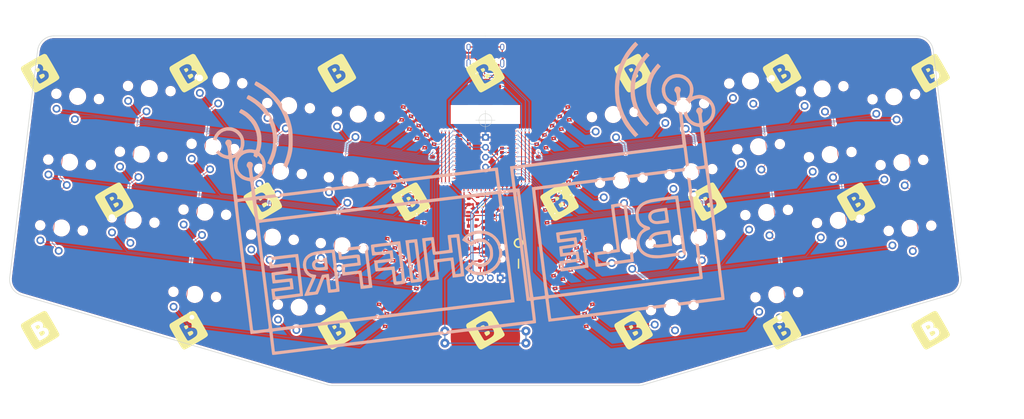
<source format=kicad_pcb>
(kicad_pcb (version 20171130) (host pcbnew "(5.1.6-0-10_14)")
  (layers (0 F.Cu signal) (31 B.Cu signal) (34 B.Paste user) (35 F.Paste user hide) (36 B.SilkS user) (37 F.SilkS user) (38 B.Mask user) (39 F.Mask user) (44 Edge.Cuts user))
  (net 0 "")
  (net 1 VBUS)
  (net 2 "Net-(C2-Pad1)")
  (net 3 "Net-(U2-Pad4)")
  (net 4 GND)
  (net 5 "Net-(R8-Pad2)")
  (net 6 VBAT)
  (net 7 "Net-(R7-Pad1)")
  (net 8 Earth)
  (net 9 "Net-(D1-Pad2)")
  (net 10 ROW0)
  (net 11 "Net-(D2-Pad2)")
  (net 12 ROW1)
  (net 13 "Net-(D3-Pad2)")
  (net 14 ROW2)
  (net 15 "Net-(D4-Pad2)")
  (net 16 "Net-(D5-Pad2)")
  (net 17 "Net-(D6-Pad2)")
  (net 18 "Net-(D7-Pad2)")
  (net 19 "Net-(D8-Pad2)")
  (net 20 "Net-(D9-Pad2)")
  (net 21 "Net-(D10-Pad2)")
  (net 22 "Net-(D11-Pad2)")
  (net 23 "Net-(D12-Pad2)")
  (net 24 "Net-(D13-Pad2)")
  (net 25 ROW3)
  (net 26 "Net-(D14-Pad2)")
  (net 27 "Net-(D15-Pad2)")
  (net 28 "Net-(D16-Pad2)")
  (net 29 "Net-(D17-Pad2)")
  (net 30 "Net-(D18-Pad2)")
  (net 31 "Net-(D19-Pad2)")
  (net 32 "Net-(D20-Pad2)")
  (net 33 "Net-(D21-Pad2)")
  (net 34 "Net-(D22-Pad2)")
  (net 35 "Net-(D23-Pad2)")
  (net 36 "Net-(D24-Pad2)")
  (net 37 "Net-(D25-Pad2)")
  (net 38 "Net-(D26-Pad2)")
  (net 39 "Net-(D27-Pad2)")
  (net 40 "Net-(D28-Pad2)")
  (net 41 "Net-(D29-Pad2)")
  (net 42 "Net-(D30-Pad2)")
  (net 43 "Net-(D31-Pad2)")
  (net 44 "Net-(D32-Pad2)")
  (net 45 "Net-(D33-Pad2)")
  (net 46 "Net-(D34-Pad2)")
  (net 47 "Net-(D36-Pad1)")
  (net 48 COL0)
  (net 49 COL1)
  (net 50 COL2)
  (net 51 COL3)
  (net 52 COL4)
  (net 53 COL5)
  (net 54 COL6)
  (net 55 COL7)
  (net 56 COL8)
  (net 57 COL9)
  (net 58 CC1)
  (net 59 CC2)
  (net 60 "Net-(Q1-Pad3)")
  (net 61 SWC)
  (net 62 SWD)
  (net 63 D+)
  (net 64 D-)
  (net 65 RESET)
  (net 66 ROW4)
  (net 67 ROW5)
  (net 68 ROW6)
  (net 69 ROW7)
  (net 70 "Net-(J1-PadA8)")
  (net 71 "Net-(J1-PadB8)")
  (net 72 SDA)
  (net 73 SCL)
  (net 74 "Net-(SW1-Pad3)")
  (net 75 "Net-(U101-Pad19)")
  (net 76 "Net-(U101-Pad27)")
  (net 77 "Net-(U101-Pad24)")
  (net 78 "Net-(U101-Pad23)")
  (net 79 "Net-(U101-Pad22)")
  (net 80 "Net-(U101-Pad21)")
  (net 81 VDD_NRF)
  (net 82 Power_Pin)
  (net 83 BVOLT)
  (net 84 EXT_VCC)
  (net 85 "Net-(U101-Pad31)")
  (net 86 "Net-(U101-Pad29)")
  (net 87 "Net-(U101-Pad28)")
  (net 88 "Net-(U101-Pad26)")
  (net 89 "Net-(U101-Pad25)")
  (net 90 "Net-(U101-Pad14)")
  (net 91 "Net-(U101-Pad15)")
  (net 92 "Net-(U101-Pad16)")
  (net 93 "Net-(U101-Pad17)")
  (net 94 "Net-(U101-Pad18)")
  (net 95 "Net-(U101-Pad20)")
  (net 96 "Net-(U101-Pad53)")
  (net 97 "Net-(U101-Pad52)")
  (net 98 "Net-(U101-Pad51)")
  (net 99 "Net-(U101-Pad13)")
  (net 100 "Net-(U101-Pad11)")
  (net 101 "Net-(U101-Pad30)")
  (module "Le Chiffre LP_stable:ON" (layer F.Cu) (at 158.25001 121.80001)
    (fp_text reference G*** hide)
    (fp_text value LOGO hide)
  )
  (module "Le Chiffre LP_stable:Off" (layer F.Cu) (at 158.253968 116.50001)
    (fp_text reference G*** hide)
    (fp_text value LOGO hide)
  )
  (module Package_TO_SOT_SMD:SOT-23 (layer F.Cu) (at 146.35001 113.14001 270)
    (fp_text reference Q1 hide)
    (fp_text value AP3407)
    (pad 3 smd rect (at 1 0 270) (size 0.9 0.8) (layers F.Cu F.Paste F.Mask) (net 60 "Net-(Q1-Pad3)"))
    (pad 1 smd rect (at -1 0.95 270) (size 0.9 0.8) (layers F.Cu F.Paste F.Mask) (net 2 "Net-(C2-Pad1)"))
    (pad 2 smd rect (at -1 -0.95 270) (size 0.9 0.8) (layers F.Cu F.Paste F.Mask) (net 1 VBUS))
  )
  (module Package_TO_SOT_SMD:SOT-23 (layer F.Cu) (at 148.74001 105.49001)
    (fp_text reference Q2 hide)
    (fp_text value AP3407)
    (pad 3 smd rect (at 1 0) (size 0.9 0.8) (layers F.Cu F.Paste F.Mask) (net 84 EXT_VCC))
    (pad 1 smd rect (at -1 0.95) (size 0.9 0.8) (layers F.Cu F.Paste F.Mask) (net 81 VDD_NRF))
    (pad 2 smd rect (at -1 -0.95) (size 0.9 0.8) (layers F.Cu F.Paste F.Mask) (net 82 Power_Pin))
  )
  (module Resistor_SMD:R_0603_1608Metric (layer F.Cu) (at 148.35001 121.88751 270)
    (fp_text reference R5)
    (fp_text value 2.2k)
    (pad 2 smd roundrect (at 0.7875 0 270) (size 0.875 0.95) (layers F.Cu F.Paste F.Mask) (net 73 SCL))
    (pad 1 smd roundrect (at -0.7875 0 270) (size 0.875 0.95) (layers F.Cu F.Paste F.Mask) (net 84 EXT_VCC))
  )
  (module Resistor_SMD:R_0603_1608Metric (layer F.Cu) (at 145.87801 121.93751 270)
    (fp_text reference R6 hide)
    (fp_text value 2.2k hide)
    (pad 2 smd roundrect (at 0.7875 0 270) (size 0.875 0.95) (layers F.Cu F.Paste F.Mask) (net 72 SDA))
    (pad 1 smd roundrect (at -0.7875 0 270) (size 0.875 0.95) (layers F.Cu F.Paste F.Mask) (net 84 EXT_VCC))
  )
  (module "Le Chiffre LP_stable:back silk" (layer B.Cu) (at 149.74001 110.90001 180)
    (fp_text reference G*** hide)
    (fp_text value LOGO hide)
  )
  (module "Le Chiffre LP_stable:front_silk" (layer F.Cu) (at 150.789217 105.39001)
    (fp_text reference G*** hide)
    (fp_text value LOGO hide)
  )
  (module Button_Switch_SMD:SW_SPDT_PCM12 (layer F.Cu) (at 153.70001 119.10001 90)
    (fp_text reference SW1 hide)
    (fp_text value MSK-12C02 hide)
    (pad "" smd rect (at -3.65 -0.78 90) (size 1 0.8) (layers F.Cu F.Paste F.Mask))
    (pad "" smd rect (at 3.65 -0.78 90) (size 1 0.8) (layers F.Cu F.Paste F.Mask))
    (pad "" smd rect (at 3.65 1.43 90) (size 1 0.8) (layers F.Cu F.Paste F.Mask))
    (pad "" smd rect (at -3.65 1.43 90) (size 1 0.8) (layers F.Cu F.Paste F.Mask))
    (pad 3 smd rect (at 2.25 -1.43 90) (size 0.7 1.5) (layers F.Cu F.Paste F.Mask) (net 74 "Net-(SW1-Pad3)"))
    (pad 2 smd rect (at 0.75 -1.43 90) (size 0.7 1.5) (layers F.Cu F.Paste F.Mask) (net 6 VBAT))
    (pad 1 smd rect (at -2.25 -1.43 90) (size 0.7 1.5) (layers F.Cu F.Paste F.Mask) (net 60 "Net-(Q1-Pad3)"))
    (pad "" np_thru_hole circle (at 1.5 0.33 90) (size 0.9 0.9) (drill 0.9) (layers *.Cu *.Mask))
    (pad "" np_thru_hole circle (at -1.5 0.33 90) (size 0.9 0.9) (drill 0.9) (layers *.Cu *.Mask))
  )
  (module Connector_PinHeader_2.54mm:PinHeader_1x04_P2.54mm_Horizontal (layer F.Cu) (at 149.78001 89.39501)
    (fp_text reference J102 hide)
    (fp_text value Conn_01x04_Female hide)
    (pad 4 thru_hole oval (at 0 7.62) (size 1.7 1.7) (drill 1) (layers *.Cu *.Mask) (net 62 SWD))
    (pad 3 thru_hole oval (at 0 5.08) (size 1.7 1.7) (drill 1) (layers *.Cu *.Mask) (net 61 SWC))
    (pad 2 thru_hole oval (at 0 2.54) (size 1.7 1.7) (drill 1) (layers *.Cu *.Mask) (net 1 VBUS))
    (pad 1 thru_hole rect (at 0 0) (size 1.7 1.7) (drill 1) (layers *.Cu *.Mask) (net 4 GND))
  )
  (module Battery:BAT_BAT-HLD-001-THM (layer F.Cu) (at 149.75 140.59)
    (fp_text reference BT1 hide)
    (fp_text value BAT-HLD-001-THM hide)
    (pad P4 thru_hole circle (at 10.4 -1.5) (size 2.3 2.3) (drill 1) (layers *.Cu *.Mask))
    (pad P3 thru_hole circle (at 10.4 1.6) (size 2.3 2.3) (drill 1) (layers *.Cu *.Mask))
    (pad P2 thru_hole circle (at -10.4 1.6) (size 2.3 2.3) (drill 1) (layers *.Cu *.Mask))
    (pad P1 thru_hole circle (at -10.4 -1.5) (size 2.3 2.3) (drill 1) (layers *.Cu *.Mask))
    (pad N smd circle (at 0 0) (size 17.8 17.8) (layers F.Cu F.Mask) (net 4 GND))
  )
  (module Connector_PinHeader_2.54mm:PinHeader_1x04_P2.54mm_Vertical (layer F.Cu) (at 149.74 125.44 270)
    (fp_text reference J101 hide)
    (fp_text value Conn_01x04_Female hide)
    (pad 4 thru_hole oval (at 0 3.81 270) (size 1.7 1.7) (drill 1) (layers *.Cu *.Mask) (net 72 SDA))
    (pad 3 thru_hole oval (at 0 1.27 270) (size 1.7 1.7) (drill 1) (layers *.Cu *.Mask) (net 73 SCL))
    (pad 2 thru_hole oval (at 0 -1.27 270) (size 1.7 1.7) (drill 1) (layers *.Cu *.Mask) (net 84 EXT_VCC))
    (pad 1 thru_hole rect (at 0 -3.81 270) (size 1.7 1.7) (drill 1) (layers *.Cu *.Mask) (net 4 GND))
  )
  (module Capacitor_SMD:C_0603_1608Metric (layer F.Cu) (at 145.48301 105.80701 270)
    (fp_text reference C3 hide)
    (fp_text value 10uF hide)
    (pad 2 smd roundrect (at 0.7875 0 270) (size 0.875 0.95) (layers F.Cu F.Paste F.Mask) (net 4 GND))
    (pad 1 smd roundrect (at -0.7875 0 270) (size 0.875 0.95) (layers F.Cu F.Paste F.Mask) (net 81 VDD_NRF))
  )
  (module Keebio-Parts:Kailh-PG1350-1u-NoLED (layer F.Cu) (at 45.149618 78.894137 353)
    (fp_text reference MX1 hide)
    (fp_text value MX-NoLED hide)
    (pad "" np_thru_hole circle (at 5.5 0 173) (size 1.7 1.7) (drill 1.7) (layers *.Cu *.Mask))
    (pad "" np_thru_hole circle (at -5.5 0 173) (size 1.7 1.7) (drill 1.7) (layers *.Cu *.Mask))
    (pad 2 thru_hole circle (at -5 3.8 34.9) (size 2 2) (drill 1.2) (layers *.Cu *.Mask) (net 9 "Net-(D1-Pad2)"))
    (pad 1 thru_hole circle (at 0 5.9 173) (size 2 2) (drill 1.2) (layers *.Cu *.Mask) (net 48 COL0))
    (pad "" np_thru_hole circle (at 0 0 173) (size 3.4 3.4) (drill 3.4) (layers *.Cu *.Mask))
  )
  (module Module_Extra:Holyiot_18010 (layer F.Cu) (at 149.75 92.37)
    (fp_text reference U101 hide)
    (fp_text value Holyiot_18010 hide)
    (pad 31 smd rect (at 4.25 5.3) (size 1 0.8) (layers F.Cu F.Paste F.Mask) (net 85 "Net-(U101-Pad31)"))
    (pad 30 smd rect (at 4.25 4.2) (size 1 0.8) (layers F.Cu F.Paste F.Mask) (net 101 "Net-(U101-Pad30)"))
    (pad 29 smd rect (at 4.25 3.1) (size 1 0.8) (layers F.Cu F.Paste F.Mask) (net 86 "Net-(U101-Pad29)"))
    (pad 28 smd rect (at 4.25 2) (size 1 0.8) (layers F.Cu F.Paste F.Mask) (net 87 "Net-(U101-Pad28)"))
    (pad 27 smd rect (at 4.25 0.9) (size 1 0.8) (layers F.Cu F.Paste F.Mask) (net 76 "Net-(U101-Pad27)"))
    (pad 26 smd rect (at 4.25 -0.2) (size 1 0.8) (layers F.Cu F.Paste F.Mask) (net 88 "Net-(U101-Pad26)"))
    (pad 25 smd rect (at 4.25 -1.3) (size 1 0.8) (layers F.Cu F.Paste F.Mask) (net 89 "Net-(U101-Pad25)"))
    (pad 24 smd rect (at 4.25 -2.4) (size 1 0.8) (layers F.Cu F.Paste F.Mask) (net 77 "Net-(U101-Pad24)"))
    (pad 23 smd rect (at 4.25 -3.5) (size 1 0.8) (layers F.Cu F.Paste F.Mask) (net 78 "Net-(U101-Pad23)"))
    (pad 14 smd rect (at -4.25 -3.5) (size 1 0.8) (layers F.Cu F.Paste F.Mask) (net 90 "Net-(U101-Pad14)"))
    (pad 15 smd rect (at -4.25 -2.4) (size 1 0.8) (layers F.Cu F.Paste F.Mask) (net 91 "Net-(U101-Pad15)"))
    (pad 16 smd rect (at -4.25 -1.3) (size 1 0.8) (layers F.Cu F.Paste F.Mask) (net 92 "Net-(U101-Pad16)"))
    (pad 17 smd rect (at -4.25 -0.2) (size 1 0.8) (layers F.Cu F.Paste F.Mask) (net 93 "Net-(U101-Pad17)"))
    (pad 18 smd rect (at -4.25 0.9) (size 1 0.8) (layers F.Cu F.Paste F.Mask) (net 94 "Net-(U101-Pad18)"))
    (pad 19 smd rect (at -4.25 2) (size 1 0.8) (layers F.Cu F.Paste F.Mask) (net 75 "Net-(U101-Pad19)"))
    (pad 20 smd rect (at -4.25 3.1) (size 1 0.8) (layers F.Cu F.Paste F.Mask) (net 95 "Net-(U101-Pad20)"))
    (pad 21 smd rect (at -4.25 4.2) (size 1 0.8) (layers F.Cu F.Paste F.Mask) (net 80 "Net-(U101-Pad21)"))
    (pad 22 smd rect (at -4.25 5.3) (size 1 0.8) (layers F.Cu F.Paste F.Mask) (net 79 "Net-(U101-Pad22)"))
    (pad 55 smd oval (at -5.5 9 90) (size 1.7 0.85) (layers F.Cu F.Paste F.Mask) (net 81 VDD_NRF))
    (pad 54 smd oval (at -4.4 9 90) (size 1.7 0.85) (layers F.Cu F.Paste F.Mask) (net 82 Power_Pin))
    (pad 53 smd oval (at -3.3 9 90) (size 1.7 0.85) (layers F.Cu F.Paste F.Mask) (net 96 "Net-(U101-Pad53)"))
    (pad 52 smd oval (at -2.2 9 90) (size 1.7 0.85) (layers F.Cu F.Paste F.Mask) (net 97 "Net-(U101-Pad52)"))
    (pad 51 smd oval (at -1.1 9 90) (size 1.7 0.85) (layers F.Cu F.Paste F.Mask) (net 98 "Net-(U101-Pad51)"))
    (pad 50 smd oval (at 0 9 90) (size 1.7 0.85) (layers F.Cu F.Paste F.Mask) (net 72 SDA))
    (pad 49 smd oval (at 1.1 9 90) (size 1.7 0.85) (layers F.Cu F.Paste F.Mask) (net 73 SCL))
    (pad 48 smd oval (at 2.2 9 90) (size 1.7 0.85) (layers F.Cu F.Paste F.Mask) (net 65 RESET))
    (pad 47 smd oval (at 3.3 9 90) (size 1.7 0.85) (layers F.Cu F.Paste F.Mask) (net 1 VBUS))
    (pad 46 smd oval (at 4.4 9 90) (size 1.7 0.85) (layers F.Cu F.Paste F.Mask) (net 64 D-))
    (pad 45 smd oval (at 5.5 9 90) (size 1.7 0.85) (layers F.Cu F.Paste F.Mask) (net 63 D+))
    (pad 44 smd oval (at 6.75 7.5) (size 1.7 0.85) (layers F.Cu F.Paste F.Mask) (net 4 GND))
    (pad 43 smd oval (at 6.75 6.4) (size 1.7 0.85) (layers F.Cu F.Paste F.Mask) (net 69 ROW7))
    (pad 42 smd oval (at 6.75 5.3) (size 1.7 0.85) (layers F.Cu F.Paste F.Mask) (net 68 ROW6))
    (pad 41 smd oval (at 6.75 4.2) (size 1.7 0.85) (layers F.Cu F.Paste F.Mask) (net 67 ROW5))
    (pad 40 smd oval (at 6.75 3.1) (size 1.7 0.85) (layers F.Cu F.Paste F.Mask) (net 53 COL5))
    (pad 39 smd oval (at 6.75 2) (size 1.7 0.85) (layers F.Cu F.Paste F.Mask) (net 54 COL6))
    (pad 38 smd oval (at 6.75 0.9) (size 1.7 0.85) (layers F.Cu F.Paste F.Mask) (net 62 SWD))
    (pad 37 smd oval (at 6.75 -0.2) (size 1.7 0.85) (layers F.Cu F.Paste F.Mask) (net 61 SWC))
    (pad 36 smd oval (at 6.75 -1.3) (size 1.7 0.85) (layers F.Cu F.Paste F.Mask) (net 55 COL7))
    (pad 35 smd oval (at 6.75 -2.4) (size 1.7 0.85) (layers F.Cu F.Paste F.Mask) (net 56 COL8))
    (pad 34 smd oval (at 6.75 -3.5) (size 1.7 0.85) (layers F.Cu F.Paste F.Mask) (net 57 COL9))
    (pad 33 smd oval (at 6.75 -4.6) (size 1.7 0.85) (layers F.Cu F.Paste F.Mask) (net 66 ROW4))
    (pad 32 smd oval (at 6.75 -5.7) (size 1.7 0.85) (layers F.Cu F.Paste F.Mask) (net 4 GND))
    (pad 13 smd oval (at -6.75 7.5) (size 1.7 0.85) (layers F.Cu F.Paste F.Mask) (net 99 "Net-(U101-Pad13)"))
    (pad 12 smd oval (at -6.75 6.4) (size 1.7 0.85) (layers F.Cu F.Paste F.Mask) (net 83 BVOLT))
    (pad 11 smd oval (at -6.75 5.3) (size 1.7 0.85) (layers F.Cu F.Paste F.Mask) (net 100 "Net-(U101-Pad11)"))
    (pad 10 smd oval (at -6.75 4.2) (size 1.7 0.85) (layers F.Cu F.Paste F.Mask) (net 25 ROW3))
    (pad 9 smd oval (at -6.75 3.1) (size 1.7 0.85) (layers F.Cu F.Paste F.Mask) (net 14 ROW2))
    (pad 8 smd oval (at -6.75 2) (size 1.7 0.85) (layers F.Cu F.Paste F.Mask) (net 12 ROW1))
    (pad 7 smd oval (at -6.75 0.9) (size 1.7 0.85) (layers F.Cu F.Paste F.Mask) (net 52 COL4))
    (pad 6 smd oval (at -6.75 -0.2) (size 1.7 0.85) (layers F.Cu F.Paste F.Mask) (net 51 COL3))
    (pad 5 smd oval (at -6.75 -1.3) (size 1.7 0.85) (layers F.Cu F.Paste F.Mask) (net 50 COL2))
    (pad 4 smd oval (at -6.75 -2.4) (size 1.7 0.85) (layers F.Cu F.Paste F.Mask) (net 49 COL1))
    (pad 3 smd oval (at -6.75 -3.5) (size 1.7 0.85) (layers F.Cu F.Paste F.Mask) (net 48 COL0))
    (pad 2 smd oval (at -6.75 -4.6) (size 1.7 0.85) (layers F.Cu F.Paste F.Mask) (net 10 ROW0))
    (pad 1 smd oval (at -6.75 -5.7) (size 1.7 0.85) (layers F.Cu F.Paste F.Mask) (net 4 GND))
  )
  (module Button_Switch_SMD:SW_SPST_TL3342 (layer F.Cu) (at 149.75 78.3)
    (fp_text reference SW2 hide)
    (fp_text value SW_Push hide)
    (pad 2 smd rect (at 3.15 1.9) (size 1.7 1) (layers F.Cu F.Paste F.Mask) (net 4 GND))
    (pad 2 smd rect (at -3.15 1.9) (size 1.7 1) (layers F.Cu F.Paste F.Mask) (net 4 GND))
    (pad 1 smd rect (at 3.15 -1.9) (size 1.7 1) (layers F.Cu F.Paste F.Mask) (net 65 RESET))
    (pad 1 smd rect (at -3.15 -1.9) (size 1.7 1) (layers F.Cu F.Paste F.Mask) (net 65 RESET))
  )
  (module Resistor_SMD:R_0603_1608Metric (layer F.Cu) (at 151.34301 105.36101 270)
    (fp_text reference R103 hide)
    (fp_text value 2M hide)
    (pad 2 smd roundrect (at 0.825 0 270) (size 0.8 0.95) (layers F.Cu F.Paste F.Mask) (net 4 GND))
    (pad 1 smd roundrect (at -0.825 0 270) (size 0.8 0.95) (layers F.Cu F.Paste F.Mask) (net 82 Power_Pin))
  )
  (module Resistor_SMD:R_0603_1608Metric (layer F.Cu) (at 146.18301 117.95201 180)
    (fp_text reference R102 hide)
    (fp_text value 2M hide)
    (pad 2 smd roundrect (at 0.825 0 180) (size 0.8 0.95) (layers F.Cu F.Paste F.Mask) (net 83 BVOLT))
    (pad 1 smd roundrect (at -0.825 0 180) (size 0.8 0.95) (layers F.Cu F.Paste F.Mask) (net 4 GND))
  )
  (module Resistor_SMD:R_0603_1608Metric (layer F.Cu) (at 146.16701 116.15701)
    (fp_text reference R101 hide)
    (fp_text value 806K hide)
    (pad 2 smd roundrect (at 0.825 0) (size 0.8 0.95) (layers F.Cu F.Paste F.Mask) (net 60 "Net-(Q1-Pad3)"))
    (pad 1 smd roundrect (at -0.825 0) (size 0.8 0.95) (layers F.Cu F.Paste F.Mask) (net 83 BVOLT))
  )
  (module Diode_SMD:D_SOD-123 (layer F.Cu) (at 153.86801 107.75501 90)
    (fp_text reference D35 hide)
    (fp_text value 1N5819 hide)
    (pad 2 smd rect (at 1.65 0 90) (size 0.9 1.2) (layers F.Cu F.Paste F.Mask) (net 1 VBUS))
    (pad 1 smd rect (at -1.65 0 90) (size 0.9 1.2) (layers F.Cu F.Paste F.Mask) (net 2 "Net-(C2-Pad1)"))
  )
  (module Connector_USB:USB_C_Receptacle_HRO_TYPE-C-31-M-12 (layer F.Cu) (at 149.75 67.26 180)
    (fp_text reference J1 hide)
    (fp_text value USB_C_Receptacle_USB2.0 hide)
    (pad B1 smd rect (at 3.25 -4.045 180) (size 0.6 1.45) (layers F.Cu F.Paste F.Mask) (net 4 GND))
    (pad A9 smd rect (at 2.45 -4.045 180) (size 0.6 1.45) (layers F.Cu F.Paste F.Mask) (net 1 VBUS))
    (pad B9 smd rect (at -2.45 -4.045 180) (size 0.6 1.45) (layers F.Cu F.Paste F.Mask) (net 1 VBUS))
    (pad B12 smd rect (at -3.25 -4.045 180) (size 0.6 1.45) (layers F.Cu F.Paste F.Mask) (net 4 GND))
    (pad A1 smd rect (at -3.25 -4.045 180) (size 0.6 1.45) (layers F.Cu F.Paste F.Mask) (net 4 GND))
    (pad A4 smd rect (at -2.45 -4.045 180) (size 0.6 1.45) (layers F.Cu F.Paste F.Mask) (net 1 VBUS))
    (pad B4 smd rect (at 2.45 -4.045 180) (size 0.6 1.45) (layers F.Cu F.Paste F.Mask) (net 1 VBUS))
    (pad A12 smd rect (at 3.25 -4.045 180) (size 0.6 1.45) (layers F.Cu F.Paste F.Mask) (net 4 GND))
    (pad B8 smd rect (at -1.75 -4.045 180) (size 0.3 1.45) (layers F.Cu F.Paste F.Mask) (net 71 "Net-(J1-PadB8)"))
    (pad A5 smd rect (at -1.25 -4.045 180) (size 0.3 1.45) (layers F.Cu F.Paste F.Mask) (net 58 CC1))
    (pad B7 smd rect (at -0.75 -4.045 180) (size 0.3 1.45) (layers F.Cu F.Paste F.Mask) (net 64 D-))
    (pad A7 smd rect (at 0.25 -4.045 180) (size 0.3 1.45) (layers F.Cu F.Paste F.Mask) (net 64 D-))
    (pad B6 smd rect (at 0.75 -4.045 180) (size 0.3 1.45) (layers F.Cu F.Paste F.Mask) (net 63 D+))
    (pad A8 smd rect (at 1.25 -4.045 180) (size 0.3 1.45) (layers F.Cu F.Paste F.Mask) (net 70 "Net-(J1-PadA8)"))
    (pad B5 smd rect (at 1.75 -4.045 180) (size 0.3 1.45) (layers F.Cu F.Paste F.Mask) (net 59 CC2))
    (pad A6 smd rect (at -0.25 -4.045 180) (size 0.3 1.45) (layers F.Cu F.Paste F.Mask) (net 63 D+))
    (pad S1 thru_hole oval (at 4.32 -3.13 180) (size 1 2.1) (drill oval 0.6 1.7) (layers *.Cu *.Mask) (net 8 Earth))
    (pad S1 thru_hole oval (at -4.32 -3.13 180) (size 1 2.1) (drill oval 0.6 1.7) (layers *.Cu *.Mask) (net 8 Earth))
    (pad "" np_thru_hole circle (at -2.89 -2.6 180) (size 0.65 0.65) (drill 0.65) (layers *.Cu *.Mask))
    (pad S1 thru_hole oval (at -4.32 1.05 180) (size 1 1.6) (drill oval 0.6 1.2) (layers *.Cu *.Mask) (net 8 Earth))
    (pad "" np_thru_hole circle (at 2.89 -2.6 180) (size 0.65 0.65) (drill 0.65) (layers *.Cu *.Mask))
    (pad S1 thru_hole oval (at 4.32 1.05 180) (size 1 1.6) (drill oval 0.6 1.2) (layers *.Cu *.Mask) (net 8 Earth))
  )
  (module Keebio-Parts:Kailh-PG1350-1u-NoLED (layer F.Cu) (at 258.668418 112.717175 7)
    (fp_text reference MX34 hide)
    (fp_text value MX-NoLED hide)
    (pad "" np_thru_hole circle (at 0 0 187) (size 3.4 3.4) (drill 3.4) (layers *.Cu *.Mask))
    (pad 1 thru_hole circle (at 0 5.9 187) (size 2 2) (drill 1.2) (layers *.Cu *.Mask) (net 57 COL9))
    (pad 2 thru_hole circle (at -5 3.8 48.9) (size 2 2) (drill 1.2) (layers *.Cu *.Mask) (net 46 "Net-(D34-Pad2)"))
    (pad "" np_thru_hole circle (at -5.5 0 187) (size 1.7 1.7) (drill 1.7) (layers *.Cu *.Mask))
    (pad "" np_thru_hole circle (at 5.5 0 187) (size 1.7 1.7) (drill 1.7) (layers *.Cu *.Mask))
  )
  (module Keebio-Parts:Kailh-PG1350-1u-NoLED (layer F.Cu) (at 256.59664 95.84389 7)
    (fp_text reference MX33 hide)
    (fp_text value MX-NoLED hide)
    (pad "" np_thru_hole circle (at 0 0 187) (size 3.4 3.4) (drill 3.4) (layers *.Cu *.Mask))
    (pad 1 thru_hole circle (at 0 5.9 187) (size 2 2) (drill 1.2) (layers *.Cu *.Mask) (net 57 COL9))
    (pad 2 thru_hole circle (at -5 3.8 48.9) (size 2 2) (drill 1.2) (layers *.Cu *.Mask) (net 45 "Net-(D33-Pad2)"))
    (pad "" np_thru_hole circle (at -5.5 0 187) (size 1.7 1.7) (drill 1.7) (layers *.Cu *.Mask))
    (pad "" np_thru_hole circle (at 5.5 0 187) (size 1.7 1.7) (drill 1.7) (layers *.Cu *.Mask))
  )
  (module Keebio-Parts:Kailh-PG1350-1u-NoLED (layer F.Cu) (at 254.524861 78.970606 7)
    (fp_text reference MX32 hide)
    (fp_text value MX-NoLED hide)
    (pad "" np_thru_hole circle (at 0 0 187) (size 3.4 3.4) (drill 3.4) (layers *.Cu *.Mask))
    (pad 1 thru_hole circle (at 0 5.9 187) (size 2 2) (drill 1.2) (layers *.Cu *.Mask) (net 57 COL9))
    (pad 2 thru_hole circle (at -5 3.8 48.9) (size 2 2) (drill 1.2) (layers *.Cu *.Mask) (net 44 "Net-(D32-Pad2)"))
    (pad "" np_thru_hole circle (at -5.5 0 187) (size 1.7 1.7) (drill 1.7) (layers *.Cu *.Mask))
    (pad "" np_thru_hole circle (at 5.5 0 187) (size 1.7 1.7) (drill 1.7) (layers *.Cu *.Mask))
  )
  (module Keebio-Parts:Kailh-PG1350-1u-NoLED (layer F.Cu) (at 240.284643 110.692502 7)
    (fp_text reference MX31 hide)
    (fp_text value MX-NoLED hide)
    (pad "" np_thru_hole circle (at 0 0 187) (size 3.4 3.4) (drill 3.4) (layers *.Cu *.Mask))
    (pad 1 thru_hole circle (at 0 5.9 187) (size 2 2) (drill 1.2) (layers *.Cu *.Mask) (net 56 COL8))
    (pad 2 thru_hole circle (at -5 3.8 48.9) (size 2 2) (drill 1.2) (layers *.Cu *.Mask) (net 43 "Net-(D31-Pad2)"))
    (pad "" np_thru_hole circle (at -5.5 0 187) (size 1.7 1.7) (drill 1.7) (layers *.Cu *.Mask))
    (pad "" np_thru_hole circle (at 5.5 0 187) (size 1.7 1.7) (drill 1.7) (layers *.Cu *.Mask))
  )
  (module Keebio-Parts:Kailh-PG1350-1u-NoLED (layer F.Cu) (at 238.212864 93.819217 7)
    (fp_text reference MX30 hide)
    (fp_text value MX-NoLED hide)
    (pad "" np_thru_hole circle (at 0 0 187) (size 3.4 3.4) (drill 3.4) (layers *.Cu *.Mask))
    (pad 1 thru_hole circle (at 0 5.9 187) (size 2 2) (drill 1.2) (layers *.Cu *.Mask) (net 56 COL8))
    (pad 2 thru_hole circle (at -5 3.8 48.9) (size 2 2) (drill 1.2) (layers *.Cu *.Mask) (net 42 "Net-(D30-Pad2)"))
    (pad "" np_thru_hole circle (at -5.5 0 187) (size 1.7 1.7) (drill 1.7) (layers *.Cu *.Mask))
    (pad "" np_thru_hole circle (at 5.5 0 187) (size 1.7 1.7) (drill 1.7) (layers *.Cu *.Mask))
  )
  (module Keebio-Parts:Kailh-PG1350-1u-NoLED (layer F.Cu) (at 236.141085 76.945933 7)
    (fp_text reference MX29 hide)
    (fp_text value MX-NoLED hide)
    (pad "" np_thru_hole circle (at 0 0 187) (size 3.4 3.4) (drill 3.4) (layers *.Cu *.Mask))
    (pad 1 thru_hole circle (at 0 5.9 187) (size 2 2) (drill 1.2) (layers *.Cu *.Mask) (net 56 COL8))
    (pad 2 thru_hole circle (at -5 3.8 48.9) (size 2 2) (drill 1.2) (layers *.Cu *.Mask) (net 41 "Net-(D29-Pad2)"))
    (pad "" np_thru_hole circle (at -5.5 0 187) (size 1.7 1.7) (drill 1.7) (layers *.Cu *.Mask))
    (pad "" np_thru_hole circle (at 5.5 0 187) (size 1.7 1.7) (drill 1.7) (layers *.Cu *.Mask))
  )
  (module Keebio-Parts:Kailh-PG1350-1u-NoLED (layer F.Cu) (at 221.900868 108.667829 7)
    (fp_text reference MX28 hide)
    (fp_text value MX-NoLED hide)
    (pad "" np_thru_hole circle (at 0 0 187) (size 3.4 3.4) (drill 3.4) (layers *.Cu *.Mask))
    (pad 1 thru_hole circle (at 0 5.9 187) (size 2 2) (drill 1.2) (layers *.Cu *.Mask) (net 55 COL7))
    (pad 2 thru_hole circle (at -5 3.8 48.9) (size 2 2) (drill 1.2) (layers *.Cu *.Mask) (net 40 "Net-(D28-Pad2)"))
    (pad "" np_thru_hole circle (at -5.5 0 187) (size 1.7 1.7) (drill 1.7) (layers *.Cu *.Mask))
    (pad "" np_thru_hole circle (at 5.5 0 187) (size 1.7 1.7) (drill 1.7) (layers *.Cu *.Mask))
  )
  (module Keebio-Parts:Kailh-PG1350-1u-NoLED (layer F.Cu) (at 219.829089 91.794544 7)
    (fp_text reference MX27 hide)
    (fp_text value MX-NoLED hide)
    (pad "" np_thru_hole circle (at 0 0 187) (size 3.4 3.4) (drill 3.4) (layers *.Cu *.Mask))
    (pad 1 thru_hole circle (at 0 5.9 187) (size 2 2) (drill 1.2) (layers *.Cu *.Mask) (net 55 COL7))
    (pad 2 thru_hole circle (at -5 3.8 48.9) (size 2 2) (drill 1.2) (layers *.Cu *.Mask) (net 39 "Net-(D27-Pad2)"))
    (pad "" np_thru_hole circle (at -5.5 0 187) (size 1.7 1.7) (drill 1.7) (layers *.Cu *.Mask))
    (pad "" np_thru_hole circle (at 5.5 0 187) (size 1.7 1.7) (drill 1.7) (layers *.Cu *.Mask))
  )
  (module Keebio-Parts:Kailh-PG1350-1u-NoLED (layer F.Cu) (at 217.75731 74.92126 7)
    (fp_text reference MX26 hide)
    (fp_text value MX-NoLED hide)
    (pad "" np_thru_hole circle (at 0 0 187) (size 3.4 3.4) (drill 3.4) (layers *.Cu *.Mask))
    (pad 1 thru_hole circle (at 0 5.9 187) (size 2 2) (drill 1.2) (layers *.Cu *.Mask) (net 55 COL7))
    (pad 2 thru_hole circle (at -5 3.8 48.9) (size 2 2) (drill 1.2) (layers *.Cu *.Mask) (net 38 "Net-(D26-Pad2)"))
    (pad "" np_thru_hole circle (at -5.5 0 187) (size 1.7 1.7) (drill 1.7) (layers *.Cu *.Mask))
    (pad "" np_thru_hole circle (at 5.5 0 187) (size 1.7 1.7) (drill 1.7) (layers *.Cu *.Mask))
  )
  (module Keebio-Parts:Kailh-PG1350-1u-NoLED (layer F.Cu) (at 224.490591 129.759435 7)
    (fp_text reference MX25 hide)
    (fp_text value MX-NoLED hide)
    (pad "" np_thru_hole circle (at 0 0 187) (size 3.4 3.4) (drill 3.4) (layers *.Cu *.Mask))
    (pad 1 thru_hole circle (at 0 5.9 187) (size 2 2) (drill 1.2) (layers *.Cu *.Mask) (net 55 COL7))
    (pad 2 thru_hole circle (at -5 3.8 48.9) (size 2 2) (drill 1.2) (layers *.Cu *.Mask) (net 37 "Net-(D25-Pad2)"))
    (pad "" np_thru_hole circle (at -5.5 0 187) (size 1.7 1.7) (drill 1.7) (layers *.Cu *.Mask))
    (pad "" np_thru_hole circle (at 5.5 0 187) (size 1.7 1.7) (drill 1.7) (layers *.Cu *.Mask))
  )
  (module Keebio-Parts:Kailh-PG1350-1u-NoLED (layer F.Cu) (at 204.552982 115.079798 7)
    (fp_text reference MX24 hide)
    (fp_text value MX-NoLED hide)
    (pad "" np_thru_hole circle (at 0 0 187) (size 3.4 3.4) (drill 3.4) (layers *.Cu *.Mask))
    (pad 1 thru_hole circle (at 0 5.9 187) (size 2 2) (drill 1.2) (layers *.Cu *.Mask) (net 54 COL6))
    (pad 2 thru_hole circle (at -5 3.8 48.9) (size 2 2) (drill 1.2) (layers *.Cu *.Mask) (net 36 "Net-(D24-Pad2)"))
    (pad "" np_thru_hole circle (at -5.5 0 187) (size 1.7 1.7) (drill 1.7) (layers *.Cu *.Mask))
    (pad "" np_thru_hole circle (at 5.5 0 187) (size 1.7 1.7) (drill 1.7) (layers *.Cu *.Mask))
  )
  (module Keebio-Parts:Kailh-PG1350-1u-NoLED (layer F.Cu) (at 202.481203 98.206514 7)
    (fp_text reference MX23 hide)
    (fp_text value MX-NoLED hide)
    (pad "" np_thru_hole circle (at 0 0 187) (size 3.4 3.4) (drill 3.4) (layers *.Cu *.Mask))
    (pad 1 thru_hole circle (at 0 5.9 187) (size 2 2) (drill 1.2) (layers *.Cu *.Mask) (net 54 COL6))
    (pad 2 thru_hole circle (at -5 3.8 48.9) (size 2 2) (drill 1.2) (layers *.Cu *.Mask) (net 35 "Net-(D23-Pad2)"))
    (pad "" np_thru_hole circle (at -5.5 0 187) (size 1.7 1.7) (drill 1.7) (layers *.Cu *.Mask))
    (pad "" np_thru_hole circle (at 5.5 0 187) (size 1.7 1.7) (drill 1.7) (layers *.Cu *.Mask))
  )
  (module Keebio-Parts:Kailh-PG1350-1u-NoLED (layer F.Cu) (at 200.409424 81.333229 7)
    (fp_text reference MX22 hide)
    (fp_text value MX-NoLED hide)
    (pad "" np_thru_hole circle (at 0 0 187) (size 3.4 3.4) (drill 3.4) (layers *.Cu *.Mask))
    (pad 1 thru_hole circle (at 0 5.9 187) (size 2 2) (drill 1.2) (layers *.Cu *.Mask) (net 54 COL6))
    (pad 2 thru_hole circle (at -5 3.8 48.9) (size 2 2) (drill 1.2) (layers *.Cu *.Mask) (net 34 "Net-(D22-Pad2)"))
    (pad "" np_thru_hole circle (at -5.5 0 187) (size 1.7 1.7) (drill 1.7) (layers *.Cu *.Mask))
    (pad "" np_thru_hole circle (at 5.5 0 187) (size 1.7 1.7) (drill 1.7) (layers *.Cu *.Mask))
  )
  (module Keebio-Parts:Kailh-PG1350-1u-NoLED (layer F.Cu) (at 197.691845 133.049907 7)
    (fp_text reference MX21 hide)
    (fp_text value MX-NoLED hide)
    (pad "" np_thru_hole circle (at 0 0 187) (size 3.4 3.4) (drill 3.4) (layers *.Cu *.Mask))
    (pad 1 thru_hole circle (at 0 5.9 187) (size 2 2) (drill 1.2) (layers *.Cu *.Mask) (net 53 COL5))
    (pad 2 thru_hole circle (at -5 3.8 48.9) (size 2 2) (drill 1.2) (layers *.Cu *.Mask) (net 33 "Net-(D21-Pad2)"))
    (pad "" np_thru_hole circle (at -5.5 0 187) (size 1.7 1.7) (drill 1.7) (layers *.Cu *.Mask))
    (pad "" np_thru_hole circle (at 5.5 0 187) (size 1.7 1.7) (drill 1.7) (layers *.Cu *.Mask))
  )
  (module Keebio-Parts:Kailh-PG1350-1u-NoLED (layer F.Cu) (at 186.687151 117.273447 7)
    (fp_text reference MX20 hide)
    (fp_text value MX-NoLED hide)
    (pad "" np_thru_hole circle (at 0 0 187) (size 3.4 3.4) (drill 3.4) (layers *.Cu *.Mask))
    (pad 1 thru_hole circle (at 0 5.9 187) (size 2 2) (drill 1.2) (layers *.Cu *.Mask) (net 53 COL5))
    (pad 2 thru_hole circle (at -5 3.8 48.9) (size 2 2) (drill 1.2) (layers *.Cu *.Mask) (net 32 "Net-(D20-Pad2)"))
    (pad "" np_thru_hole circle (at -5.5 0 187) (size 1.7 1.7) (drill 1.7) (layers *.Cu *.Mask))
    (pad "" np_thru_hole circle (at 5.5 0 187) (size 1.7 1.7) (drill 1.7) (layers *.Cu *.Mask))
  )
  (module Keebio-Parts:Kailh-PG1350-1u-NoLED (layer F.Cu) (at 184.615372 100.400162 7)
    (fp_text reference MX19 hide)
    (fp_text value MX-NoLED hide)
    (pad "" np_thru_hole circle (at 0 0 187) (size 3.4 3.4) (drill 3.4) (layers *.Cu *.Mask))
    (pad 1 thru_hole circle (at 0 5.9 187) (size 2 2) (drill 1.2) (layers *.Cu *.Mask) (net 53 COL5))
    (pad 2 thru_hole circle (at -5 3.8 48.9) (size 2 2) (drill 1.2) (layers *.Cu *.Mask) (net 31 "Net-(D19-Pad2)"))
    (pad "" np_thru_hole circle (at -5.5 0 187) (size 1.7 1.7) (drill 1.7) (layers *.Cu *.Mask))
    (pad "" np_thru_hole circle (at 5.5 0 187) (size 1.7 1.7) (drill 1.7) (layers *.Cu *.Mask))
  )
  (module Keebio-Parts:Kailh-PG1350-1u-NoLED (layer F.Cu) (at 182.543593 83.526877 7)
    (fp_text reference MX18 hide)
    (fp_text value MX-NoLED hide)
    (pad "" np_thru_hole circle (at 0 0 187) (size 3.4 3.4) (drill 3.4) (layers *.Cu *.Mask))
    (pad 1 thru_hole circle (at 0 5.9 187) (size 2 2) (drill 1.2) (layers *.Cu *.Mask) (net 53 COL5))
    (pad 2 thru_hole circle (at -5 3.8 48.9) (size 2 2) (drill 1.2) (layers *.Cu *.Mask) (net 30 "Net-(D18-Pad2)"))
    (pad "" np_thru_hole circle (at -5.5 0 187) (size 1.7 1.7) (drill 1.7) (layers *.Cu *.Mask))
    (pad "" np_thru_hole circle (at 5.5 0 187) (size 1.7 1.7) (drill 1.7) (layers *.Cu *.Mask))
  )
  (module Keebio-Parts:Kailh-PG1350-1u-NoLED (layer F.Cu) (at 101.982633 132.973438 353)
    (fp_text reference MX17 hide)
    (fp_text value MX-NoLED hide)
    (pad "" np_thru_hole circle (at 5.5 0 173) (size 1.7 1.7) (drill 1.7) (layers *.Cu *.Mask))
    (pad "" np_thru_hole circle (at -5.5 0 173) (size 1.7 1.7) (drill 1.7) (layers *.Cu *.Mask))
    (pad 2 thru_hole circle (at -5 3.8 34.9) (size 2 2) (drill 1.2) (layers *.Cu *.Mask) (net 29 "Net-(D17-Pad2)"))
    (pad 1 thru_hole circle (at 0 5.9 173) (size 2 2) (drill 1.2) (layers *.Cu *.Mask) (net 52 COL4))
    (pad "" np_thru_hole circle (at 0 0 173) (size 3.4 3.4) (drill 3.4) (layers *.Cu *.Mask))
  )
  (module Keebio-Parts:Kailh-PG1350-1u-NoLED (layer F.Cu) (at 112.987327 117.196978 353)
    (fp_text reference MX16 hide)
    (fp_text value MX-NoLED hide)
    (pad "" np_thru_hole circle (at 5.5 0 173) (size 1.7 1.7) (drill 1.7) (layers *.Cu *.Mask))
    (pad "" np_thru_hole circle (at -5.5 0 173) (size 1.7 1.7) (drill 1.7) (layers *.Cu *.Mask))
    (pad 2 thru_hole circle (at -5 3.8 34.9) (size 2 2) (drill 1.2) (layers *.Cu *.Mask) (net 28 "Net-(D16-Pad2)"))
    (pad 1 thru_hole circle (at 0 5.9 173) (size 2 2) (drill 1.2) (layers *.Cu *.Mask) (net 52 COL4))
    (pad "" np_thru_hole circle (at 0 0 173) (size 3.4 3.4) (drill 3.4) (layers *.Cu *.Mask))
  )
  (module Keebio-Parts:Kailh-PG1350-1u-NoLED (layer F.Cu) (at 115.059106 100.323693 353)
    (fp_text reference MX15 hide)
    (fp_text value MX-NoLED hide)
    (pad "" np_thru_hole circle (at 5.5 0 173) (size 1.7 1.7) (drill 1.7) (layers *.Cu *.Mask))
    (pad "" np_thru_hole circle (at -5.5 0 173) (size 1.7 1.7) (drill 1.7) (layers *.Cu *.Mask))
    (pad 2 thru_hole circle (at -5 3.8 34.9) (size 2 2) (drill 1.2) (layers *.Cu *.Mask) (net 27 "Net-(D15-Pad2)"))
    (pad 1 thru_hole circle (at 0 5.9 173) (size 2 2) (drill 1.2) (layers *.Cu *.Mask) (net 52 COL4))
    (pad "" np_thru_hole circle (at 0 0 173) (size 3.4 3.4) (drill 3.4) (layers *.Cu *.Mask))
  )
  (module Keebio-Parts:Kailh-PG1350-1u-NoLED (layer F.Cu) (at 117.130885 83.450408 353)
    (fp_text reference MX14 hide)
    (fp_text value MX-NoLED hide)
    (pad "" np_thru_hole circle (at 5.5 0 173) (size 1.7 1.7) (drill 1.7) (layers *.Cu *.Mask))
    (pad "" np_thru_hole circle (at -5.5 0 173) (size 1.7 1.7) (drill 1.7) (layers *.Cu *.Mask))
    (pad 2 thru_hole circle (at -5 3.8 34.9) (size 2 2) (drill 1.2) (layers *.Cu *.Mask) (net 26 "Net-(D14-Pad2)"))
    (pad 1 thru_hole circle (at 0 5.9 173) (size 2 2) (drill 1.2) (layers *.Cu *.Mask) (net 52 COL4))
    (pad "" np_thru_hole circle (at 0 0 173) (size 3.4 3.4) (drill 3.4) (layers *.Cu *.Mask))
  )
  (module Keebio-Parts:Kailh-PG1350-1u-NoLED (layer F.Cu) (at 75.183887 129.682966 353)
    (fp_text reference MX13 hide)
    (fp_text value MX-NoLED hide)
    (pad "" np_thru_hole circle (at 5.5 0 173) (size 1.7 1.7) (drill 1.7) (layers *.Cu *.Mask))
    (pad "" np_thru_hole circle (at -5.5 0 173) (size 1.7 1.7) (drill 1.7) (layers *.Cu *.Mask))
    (pad 2 thru_hole circle (at -5 3.8 34.9) (size 2 2) (drill 1.2) (layers *.Cu *.Mask) (net 24 "Net-(D13-Pad2)"))
    (pad 1 thru_hole circle (at 0 5.9 173) (size 2 2) (drill 1.2) (layers *.Cu *.Mask) (net 50 COL2))
    (pad "" np_thru_hole circle (at 0 0 173) (size 3.4 3.4) (drill 3.4) (layers *.Cu *.Mask))
  )
  (module Keebio-Parts:Kailh-PG1350-1u-NoLED (layer F.Cu) (at 95.121497 115.003329 353)
    (fp_text reference MX12 hide)
    (fp_text value MX-NoLED hide)
    (pad "" np_thru_hole circle (at 5.5 0 173) (size 1.7 1.7) (drill 1.7) (layers *.Cu *.Mask))
    (pad "" np_thru_hole circle (at -5.5 0 173) (size 1.7 1.7) (drill 1.7) (layers *.Cu *.Mask))
    (pad 2 thru_hole circle (at -5 3.8 34.9) (size 2 2) (drill 1.2) (layers *.Cu *.Mask) (net 23 "Net-(D12-Pad2)"))
    (pad 1 thru_hole circle (at 0 5.9 173) (size 2 2) (drill 1.2) (layers *.Cu *.Mask) (net 51 COL3))
    (pad "" np_thru_hole circle (at 0 0 173) (size 3.4 3.4) (drill 3.4) (layers *.Cu *.Mask))
  )
  (module Keebio-Parts:Kailh-PG1350-1u-NoLED (layer F.Cu) (at 97.193276 98.130045 353)
    (fp_text reference MX11 hide)
    (fp_text value MX-NoLED hide)
    (pad "" np_thru_hole circle (at 5.5 0 173) (size 1.7 1.7) (drill 1.7) (layers *.Cu *.Mask))
    (pad "" np_thru_hole circle (at -5.5 0 173) (size 1.7 1.7) (drill 1.7) (layers *.Cu *.Mask))
    (pad 2 thru_hole circle (at -5 3.8 34.9) (size 2 2) (drill 1.2) (layers *.Cu *.Mask) (net 22 "Net-(D11-Pad2)"))
    (pad 1 thru_hole circle (at 0 5.9 173) (size 2 2) (drill 1.2) (layers *.Cu *.Mask) (net 51 COL3))
    (pad "" np_thru_hole circle (at 0 0 173) (size 3.4 3.4) (drill 3.4) (layers *.Cu *.Mask))
  )
  (module Keebio-Parts:Kailh-PG1350-1u-NoLED (layer F.Cu) (at 99.265054 81.25676 353)
    (fp_text reference MX10 hide)
    (fp_text value MX-NoLED hide)
    (pad "" np_thru_hole circle (at 5.5 0 173) (size 1.7 1.7) (drill 1.7) (layers *.Cu *.Mask))
    (pad "" np_thru_hole circle (at -5.5 0 173) (size 1.7 1.7) (drill 1.7) (layers *.Cu *.Mask))
    (pad 2 thru_hole circle (at -5 3.8 34.9) (size 2 2) (drill 1.2) (layers *.Cu *.Mask) (net 21 "Net-(D10-Pad2)"))
    (pad 1 thru_hole circle (at 0 5.9 173) (size 2 2) (drill 1.2) (layers *.Cu *.Mask) (net 51 COL3))
    (pad "" np_thru_hole circle (at 0 0 173) (size 3.4 3.4) (drill 3.4) (layers *.Cu *.Mask))
  )
  (module Keebio-Parts:Kailh-PG1350-1u-NoLED (layer F.Cu) (at 77.773611 108.59136 353)
    (fp_text reference MX9 hide)
    (fp_text value MX-NoLED hide)
    (pad "" np_thru_hole circle (at 5.5 0 173) (size 1.7 1.7) (drill 1.7) (layers *.Cu *.Mask))
    (pad "" np_thru_hole circle (at -5.5 0 173) (size 1.7 1.7) (drill 1.7) (layers *.Cu *.Mask))
    (pad 2 thru_hole circle (at -5 3.8 34.9) (size 2 2) (drill 1.2) (layers *.Cu *.Mask) (net 20 "Net-(D9-Pad2)"))
    (pad 1 thru_hole circle (at 0 5.9 173) (size 2 2) (drill 1.2) (layers *.Cu *.Mask) (net 50 COL2))
    (pad "" np_thru_hole circle (at 0 0 173) (size 3.4 3.4) (drill 3.4) (layers *.Cu *.Mask))
  )
  (module Keebio-Parts:Kailh-PG1350-1u-NoLED (layer F.Cu) (at 79.84539 91.718075 353)
    (fp_text reference MX8 hide)
    (fp_text value MX-NoLED hide)
    (pad "" np_thru_hole circle (at 5.5 0 173) (size 1.7 1.7) (drill 1.7) (layers *.Cu *.Mask))
    (pad "" np_thru_hole circle (at -5.5 0 173) (size 1.7 1.7) (drill 1.7) (layers *.Cu *.Mask))
    (pad 2 thru_hole circle (at -5 3.8 34.9) (size 2 2) (drill 1.2) (layers *.Cu *.Mask) (net 19 "Net-(D8-Pad2)"))
    (pad 1 thru_hole circle (at 0 5.9 173) (size 2 2) (drill 1.2) (layers *.Cu *.Mask) (net 50 COL2))
    (pad "" np_thru_hole circle (at 0 0 173) (size 3.4 3.4) (drill 3.4) (layers *.Cu *.Mask))
  )
  (module Keebio-Parts:Kailh-PG1350-1u-NoLED (layer F.Cu) (at 81.917168 74.844791 353)
    (fp_text reference MX7 hide)
    (fp_text value MX-NoLED hide)
    (pad "" np_thru_hole circle (at 5.5 0 173) (size 1.7 1.7) (drill 1.7) (layers *.Cu *.Mask))
    (pad "" np_thru_hole circle (at -5.5 0 173) (size 1.7 1.7) (drill 1.7) (layers *.Cu *.Mask))
    (pad 2 thru_hole circle (at -5 3.8 34.9) (size 2 2) (drill 1.2) (layers *.Cu *.Mask) (net 18 "Net-(D7-Pad2)"))
    (pad 1 thru_hole circle (at 0 5.9 173) (size 2 2) (drill 1.2) (layers *.Cu *.Mask) (net 50 COL2))
    (pad "" np_thru_hole circle (at 0 0 173) (size 3.4 3.4) (drill 3.4) (layers *.Cu *.Mask))
  )
  (module Keebio-Parts:Kailh-PG1350-1u-NoLED (layer F.Cu) (at 59.389835 110.616033 353)
    (fp_text reference MX6 hide)
    (fp_text value MX-NoLED hide)
    (pad "" np_thru_hole circle (at 5.5 0 173) (size 1.7 1.7) (drill 1.7) (layers *.Cu *.Mask))
    (pad "" np_thru_hole circle (at -5.5 0 173) (size 1.7 1.7) (drill 1.7) (layers *.Cu *.Mask))
    (pad 2 thru_hole circle (at -5 3.8 34.9) (size 2 2) (drill 1.2) (layers *.Cu *.Mask) (net 17 "Net-(D6-Pad2)"))
    (pad 1 thru_hole circle (at 0 5.9 173) (size 2 2) (drill 1.2) (layers *.Cu *.Mask) (net 49 COL1))
    (pad "" np_thru_hole circle (at 0 0 173) (size 3.4 3.4) (drill 3.4) (layers *.Cu *.Mask))
  )
  (module Keebio-Parts:Kailh-PG1350-1u-NoLED (layer F.Cu) (at 61.461614 93.742748 353)
    (fp_text reference MX5 hide)
    (fp_text value MX-NoLED hide)
    (pad "" np_thru_hole circle (at 5.5 0 173) (size 1.7 1.7) (drill 1.7) (layers *.Cu *.Mask))
    (pad "" np_thru_hole circle (at -5.5 0 173) (size 1.7 1.7) (drill 1.7) (layers *.Cu *.Mask))
    (pad 2 thru_hole circle (at -5 3.8 34.9) (size 2 2) (drill 1.2) (layers *.Cu *.Mask) (net 16 "Net-(D5-Pad2)"))
    (pad 1 thru_hole circle (at 0 5.9 173) (size 2 2) (drill 1.2) (layers *.Cu *.Mask) (net 49 COL1))
    (pad "" np_thru_hole circle (at 0 0 173) (size 3.4 3.4) (drill 3.4) (layers *.Cu *.Mask))
  )
  (module Keebio-Parts:Kailh-PG1350-1u-NoLED (layer F.Cu) (at 63.533393 76.869464 353)
    (fp_text reference MX4 hide)
    (fp_text value MX-NoLED hide)
    (pad "" np_thru_hole circle (at 5.5 0 173) (size 1.7 1.7) (drill 1.7) (layers *.Cu *.Mask))
    (pad "" np_thru_hole circle (at -5.5 0 173) (size 1.7 1.7) (drill 1.7) (layers *.Cu *.Mask))
    (pad 2 thru_hole circle (at -5 3.8 34.9) (size 2 2) (drill 1.2) (layers *.Cu *.Mask) (net 15 "Net-(D4-Pad2)"))
    (pad 1 thru_hole circle (at 0 5.9 173) (size 2 2) (drill 1.2) (layers *.Cu *.Mask) (net 49 COL1))
    (pad "" np_thru_hole circle (at 0 0 173) (size 3.4 3.4) (drill 3.4) (layers *.Cu *.Mask))
  )
  (module Keebio-Parts:Kailh-PG1350-1u-NoLED (layer F.Cu) (at 41.00606 112.640706 353)
    (fp_text reference MX3 hide)
    (fp_text value MX-NoLED hide)
    (pad "" np_thru_hole circle (at 5.5 0 173) (size 1.7 1.7) (drill 1.7) (layers *.Cu *.Mask))
    (pad "" np_thru_hole circle (at -5.5 0 173) (size 1.7 1.7) (drill 1.7) (layers *.Cu *.Mask))
    (pad 2 thru_hole circle (at -5 3.8 34.9) (size 2 2) (drill 1.2) (layers *.Cu *.Mask) (net 13 "Net-(D3-Pad2)"))
    (pad 1 thru_hole circle (at 0 5.9 173) (size 2 2) (drill 1.2) (layers *.Cu *.Mask) (net 48 COL0))
    (pad "" np_thru_hole circle (at 0 0 173) (size 3.4 3.4) (drill 3.4) (layers *.Cu *.Mask))
  )
  (module Keebio-Parts:Kailh-PG1350-1u-NoLED (layer F.Cu) (at 43.077839 95.767421 353)
    (fp_text reference MX2 hide)
    (fp_text value MX-NoLED hide)
    (pad "" np_thru_hole circle (at 5.5 0 173) (size 1.7 1.7) (drill 1.7) (layers *.Cu *.Mask))
    (pad "" np_thru_hole circle (at -5.5 0 173) (size 1.7 1.7) (drill 1.7) (layers *.Cu *.Mask))
    (pad 2 thru_hole circle (at -5 3.8 34.9) (size 2 2) (drill 1.2) (layers *.Cu *.Mask) (net 11 "Net-(D2-Pad2)"))
    (pad 1 thru_hole circle (at 0 5.9 173) (size 2 2) (drill 1.2) (layers *.Cu *.Mask) (net 48 COL0))
    (pad "" np_thru_hole circle (at 0 0 173) (size 3.4 3.4) (drill 3.4) (layers *.Cu *.Mask))
  )
  (module Resistor_SMD:R_0603_1608Metric (layer F.Cu) (at 154.70001 112.40001 90)
    (fp_text reference R8 hide)
    (fp_text value 4.7k hide)
    (pad 2 smd roundrect (at 0.7875 0 90) (size 0.875 0.95) (layers F.Cu F.Paste F.Mask) (net 5 "Net-(R8-Pad2)"))
    (pad 1 smd roundrect (at -0.7875 0 90) (size 0.875 0.95) (layers F.Cu F.Paste F.Mask) (net 4 GND))
  )
  (module Resistor_SMD:R_0603_1608Metric (layer F.Cu) (at 149.30001 114.90001 90)
    (fp_text reference R7 hide)
    (fp_text value 1k hide)
    (pad 2 smd roundrect (at 0.7875 0 90) (size 0.875 0.95) (layers F.Cu F.Paste F.Mask) (net 47 "Net-(D36-Pad1)"))
    (pad 1 smd roundrect (at -0.7875 0 90) (size 0.875 0.95) (layers F.Cu F.Paste F.Mask) (net 7 "Net-(R7-Pad1)"))
  )
  (module Resistor_SMD:R_0603_1608Metric (layer F.Cu) (at 153.85751 104.50501)
    (fp_text reference R4 hide)
    (fp_text value 100k hide)
    (pad 2 smd roundrect (at 0.7875 0) (size 0.875 0.95) (layers F.Cu F.Paste F.Mask) (net 4 GND))
    (pad 1 smd roundrect (at -0.7875 0) (size 0.875 0.95) (layers F.Cu F.Paste F.Mask) (net 1 VBUS))
  )
  (module Resistor_SMD:R_0603_1608Metric (layer F.Cu) (at 157.80801 70.66801 90)
    (fp_text reference R3 hide)
    (fp_text value 1M hide)
    (pad 2 smd roundrect (at 0.7875 0 90) (size 0.875 0.95) (layers F.Cu F.Paste F.Mask) (net 8 Earth))
    (pad 1 smd roundrect (at -0.7875 0 90) (size 0.875 0.95) (layers F.Cu F.Paste F.Mask) (net 4 GND))
  )
  (module Resistor_SMD:R_0603_1608Metric (layer F.Cu) (at 143.45501 70.66801 270)
    (fp_text reference R2 hide)
    (fp_text value 5.1k hide)
    (pad 2 smd roundrect (at 0.7875 0 270) (size 0.875 0.95) (layers F.Cu F.Paste F.Mask) (net 4 GND))
    (pad 1 smd roundrect (at -0.7875 0 270) (size 0.875 0.95) (layers F.Cu F.Paste F.Mask) (net 59 CC2))
  )
  (module Resistor_SMD:R_0603_1608Metric (layer F.Cu) (at 141.74801 70.66801 270)
    (fp_text reference R1 hide)
    (fp_text value 5.1k hide)
    (pad 2 smd roundrect (at 0.7875 0 270) (size 0.875 0.95) (layers F.Cu F.Paste F.Mask) (net 4 GND))
    (pad 1 smd roundrect (at -0.7875 0 270) (size 0.875 0.95) (layers F.Cu F.Paste F.Mask) (net 58 CC1))
  )
  (module LED_SMD:LED_0603_1608Metric (layer F.Cu) (at 149.20001 111.80001 90)
    (fp_text reference D36 hide)
    (fp_text value Charge hide)
    (pad 2 smd roundrect (at 0.7875 0 90) (size 0.875 0.95) (layers F.Cu F.Paste F.Mask) (net 1 VBUS))
    (pad 1 smd roundrect (at -0.7875 0 90) (size 0.875 0.95) (layers F.Cu F.Paste F.Mask) (net 47 "Net-(D36-Pad1)"))
  )
  (module Diode_SMD:D_SOD-123 (layer F.Cu) (at 167.421068 126.525354 277)
    (fp_text reference D34 hide)
    (fp_text value D_Small hide)
    (pad 1 smd rect (at -1.65 0 277) (size 0.9 1.2) (layers F.Cu F.Paste F.Mask) (net 68 ROW6))
    (pad 2 smd rect (at 1.65 0 277) (size 0.9 1.2) (layers F.Cu F.Paste F.Mask) (net 46 "Net-(D34-Pad2)"))
  )
  (module Diode_SMD:D_SOD-123 (layer F.Cu) (at 165.349289 109.652069 277)
    (fp_text reference D33 hide)
    (fp_text value D_Small hide)
    (pad 1 smd rect (at -1.65 0 277) (size 0.9 1.2) (layers F.Cu F.Paste F.Mask) (net 67 ROW5))
    (pad 2 smd rect (at 1.65 0 277) (size 0.9 1.2) (layers F.Cu F.Paste F.Mask) (net 45 "Net-(D33-Pad2)"))
  )
  (module Diode_SMD:D_SOD-123 (layer F.Cu) (at 163.103815 92.800112 277)
    (fp_text reference D32 hide)
    (fp_text value D_Small hide)
    (pad 1 smd rect (at -1.65 0 277) (size 0.9 1.2) (layers F.Cu F.Paste F.Mask) (net 66 ROW4))
    (pad 2 smd rect (at 1.65 0 277) (size 0.9 1.2) (layers F.Cu F.Paste F.Mask) (net 44 "Net-(D32-Pad2)"))
  )
  (module Diode_SMD:D_SOD-123 (layer F.Cu) (at 169.395325 124.141987 277)
    (fp_text reference D31 hide)
    (fp_text value D_Small hide)
    (pad 1 smd rect (at -1.65 0 277) (size 0.9 1.2) (layers F.Cu F.Paste F.Mask) (net 68 ROW6))
    (pad 2 smd rect (at 1.65 0 277) (size 0.9 1.2) (layers F.Cu F.Paste F.Mask) (net 43 "Net-(D31-Pad2)"))
  )
  (module Diode_SMD:D_SOD-123 (layer F.Cu) (at 167.323546 107.268703 277)
    (fp_text reference D30 hide)
    (fp_text value D_Small hide)
    (pad 1 smd rect (at -1.65 0 277) (size 0.9 1.2) (layers F.Cu F.Paste F.Mask) (net 67 ROW5))
    (pad 2 smd rect (at 1.65 0 277) (size 0.9 1.2) (layers F.Cu F.Paste F.Mask) (net 42 "Net-(D30-Pad2)"))
  )
  (module Diode_SMD:D_SOD-123 (layer F.Cu) (at 165.078071 90.416745 277)
    (fp_text reference D29 hide)
    (fp_text value D_Small hide)
    (pad 1 smd rect (at -1.65 0 277) (size 0.9 1.2) (layers F.Cu F.Paste F.Mask) (net 66 ROW4))
    (pad 2 smd rect (at 1.65 0 277) (size 0.9 1.2) (layers F.Cu F.Paste F.Mask) (net 41 "Net-(D29-Pad2)"))
  )
  (module Diode_SMD:D_SOD-123 (layer F.Cu) (at 171.369581 121.758621 277)
    (fp_text reference D28 hide)
    (fp_text value D_Small hide)
    (pad 1 smd rect (at -1.65 0 277) (size 0.9 1.2) (layers F.Cu F.Paste F.Mask) (net 68 ROW6))
    (pad 2 smd rect (at 1.65 0 277) (size 0.9 1.2) (layers F.Cu F.Paste F.Mask) (net 40 "Net-(D28-Pad2)"))
  )
  (module Diode_SMD:D_SOD-123 (layer F.Cu) (at 169.297802 104.885336 277)
    (fp_text reference D27 hide)
    (fp_text value D_Small hide)
    (pad 1 smd rect (at -1.65 0 277) (size 0.9 1.2) (layers F.Cu F.Paste F.Mask) (net 67 ROW5))
    (pad 2 smd rect (at 1.65 0 277) (size 0.9 1.2) (layers F.Cu F.Paste F.Mask) (net 39 "Net-(D27-Pad2)"))
  )
  (module Diode_SMD:D_SOD-123 (layer F.Cu) (at 167.052328 88.033378 277)
    (fp_text reference D26 hide)
    (fp_text value D_Small hide)
    (pad 1 smd rect (at -1.65 0 277) (size 0.9 1.2) (layers F.Cu F.Paste F.Mask) (net 66 ROW4))
    (pad 2 smd rect (at 1.65 0 277) (size 0.9 1.2) (layers F.Cu F.Paste F.Mask) (net 38 "Net-(D26-Pad2)"))
  )
  (module Diode_SMD:D_SOD-123 (layer F.Cu) (at 175.415616 136.248539 277)
    (fp_text reference D25 hide)
    (fp_text value D_Small hide)
    (pad 1 smd rect (at -1.65 0 277) (size 0.9 1.2) (layers F.Cu F.Paste F.Mask) (net 69 ROW7))
    (pad 2 smd rect (at 1.65 0 277) (size 0.9 1.2) (layers F.Cu F.Paste F.Mask) (net 37 "Net-(D25-Pad2)"))
  )
  (module Diode_SMD:D_SOD-123 (layer F.Cu) (at 173.343838 119.375254 277)
    (fp_text reference D24 hide)
    (fp_text value D_Small hide)
    (pad 1 smd rect (at -1.65 0 277) (size 0.9 1.2) (layers F.Cu F.Paste F.Mask) (net 68 ROW6))
    (pad 2 smd rect (at 1.65 0 277) (size 0.9 1.2) (layers F.Cu F.Paste F.Mask) (net 36 "Net-(D24-Pad2)"))
  )
  (module Diode_SMD:D_SOD-123 (layer F.Cu) (at 171.272059 102.501969 277)
    (fp_text reference D23 hide)
    (fp_text value D_Small hide)
    (pad 1 smd rect (at -1.65 0 277) (size 0.9 1.2) (layers F.Cu F.Paste F.Mask) (net 67 ROW5))
    (pad 2 smd rect (at 1.65 0 277) (size 0.9 1.2) (layers F.Cu F.Paste F.Mask) (net 35 "Net-(D23-Pad2)"))
  )
  (module Diode_SMD:D_SOD-123 (layer F.Cu) (at 169.026584 85.650012 277)
    (fp_text reference D22 hide)
    (fp_text value D_Small hide)
    (pad 1 smd rect (at -1.65 0 277) (size 0.9 1.2) (layers F.Cu F.Paste F.Mask) (net 66 ROW4))
    (pad 2 smd rect (at 1.65 0 277) (size 0.9 1.2) (layers F.Cu F.Paste F.Mask) (net 34 "Net-(D22-Pad2)"))
  )
  (module Diode_SMD:D_SOD-123 (layer F.Cu) (at 177.389873 133.865172 277)
    (fp_text reference D21 hide)
    (fp_text value D_Small hide)
    (pad 1 smd rect (at -1.65 0 277) (size 0.9 1.2) (layers F.Cu F.Paste F.Mask) (net 69 ROW7))
    (pad 2 smd rect (at 1.65 0 277) (size 0.9 1.2) (layers F.Cu F.Paste F.Mask) (net 33 "Net-(D21-Pad2)"))
  )
  (module Diode_SMD:D_SOD-123 (layer F.Cu) (at 175.318094 116.991887 277)
    (fp_text reference D20 hide)
    (fp_text value D_Small hide)
    (pad 1 smd rect (at -1.65 0 277) (size 0.9 1.2) (layers F.Cu F.Paste F.Mask) (net 68 ROW6))
    (pad 2 smd rect (at 1.65 0 277) (size 0.9 1.2) (layers F.Cu F.Paste F.Mask) (net 32 "Net-(D20-Pad2)"))
  )
  (module Diode_SMD:D_SOD-123 (layer F.Cu) (at 173.246315 100.118603 277)
    (fp_text reference D19 hide)
    (fp_text value D_Small hide)
    (pad 1 smd rect (at -1.65 0 277) (size 0.9 1.2) (layers F.Cu F.Paste F.Mask) (net 67 ROW5))
    (pad 2 smd rect (at 1.65 0 277) (size 0.9 1.2) (layers F.Cu F.Paste F.Mask) (net 31 "Net-(D19-Pad2)"))
  )
  (module Diode_SMD:D_SOD-123 (layer F.Cu) (at 171.065356 83.258724 277)
    (fp_text reference D18 hide)
    (fp_text value D_Small hide)
    (pad 1 smd rect (at -1.65 0 277) (size 0.9 1.2) (layers F.Cu F.Paste F.Mask) (net 66 ROW4))
    (pad 2 smd rect (at 1.65 0 277) (size 0.9 1.2) (layers F.Cu F.Paste F.Mask) (net 30 "Net-(D18-Pad2)"))
  )
  (module Diode_SMD:D_SOD-123 (layer F.Cu) (at 122.273637 133.878032 263)
    (fp_text reference D17 hide)
    (fp_text value D_Small hide)
    (pad 2 smd rect (at 1.65 0 263) (size 0.9 1.2) (layers F.Cu F.Paste F.Mask) (net 29 "Net-(D17-Pad2)"))
    (pad 1 smd rect (at -1.65 0 263) (size 0.9 1.2) (layers F.Cu F.Paste F.Mask) (net 25 ROW3))
  )
  (module Diode_SMD:D_SOD-123 (layer F.Cu) (at 124.325565 117.00231 263)
    (fp_text reference D16 hide)
    (fp_text value D_Small hide)
    (pad 2 smd rect (at 1.65 0 263) (size 0.9 1.2) (layers F.Cu F.Paste F.Mask) (net 28 "Net-(D16-Pad2)"))
    (pad 1 smd rect (at -1.65 0 263) (size 0.9 1.2) (layers F.Cu F.Paste F.Mask) (net 14 ROW2))
  )
  (module Diode_SMD:D_SOD-123 (layer F.Cu) (at 126.417195 100.131463 263)
    (fp_text reference D15 hide)
    (fp_text value D_Small hide)
    (pad 2 smd rect (at 1.65 0 263) (size 0.9 1.2) (layers F.Cu F.Paste F.Mask) (net 27 "Net-(D15-Pad2)"))
    (pad 1 smd rect (at -1.65 0 263) (size 0.9 1.2) (layers F.Cu F.Paste F.Mask) (net 12 ROW1))
  )
  (module Diode_SMD:D_SOD-123 (layer F.Cu) (at 128.488974 83.258178 263)
    (fp_text reference D14 hide)
    (fp_text value D_Small hide)
    (pad 2 smd rect (at 1.65 0 263) (size 0.9 1.2) (layers F.Cu F.Paste F.Mask) (net 26 "Net-(D14-Pad2)"))
    (pad 1 smd rect (at -1.65 0 263) (size 0.9 1.2) (layers F.Cu F.Paste F.Mask) (net 10 ROW0))
  )
  (module Diode_SMD:D_SOD-123 (layer F.Cu) (at 124.247894 136.261399 263)
    (fp_text reference D13 hide)
    (fp_text value D_Small hide)
    (pad 2 smd rect (at 1.65 0 263) (size 0.9 1.2) (layers F.Cu F.Paste F.Mask) (net 24 "Net-(D13-Pad2)"))
    (pad 1 smd rect (at -1.65 0 263) (size 0.9 1.2) (layers F.Cu F.Paste F.Mask) (net 25 ROW3))
  )
  (module Diode_SMD:D_SOD-123 (layer F.Cu) (at 126.319672 119.388114 263)
    (fp_text reference D12 hide)
    (fp_text value D_Small hide)
    (pad 2 smd rect (at 1.65 0 263) (size 0.9 1.2) (layers F.Cu F.Paste F.Mask) (net 23 "Net-(D12-Pad2)"))
    (pad 1 smd rect (at -1.65 0 263) (size 0.9 1.2) (layers F.Cu F.Paste F.Mask) (net 14 ROW2))
  )
  (module Diode_SMD:D_SOD-123 (layer F.Cu) (at 128.391451 102.514829 263)
    (fp_text reference D11 hide)
    (fp_text value D_Small hide)
    (pad 2 smd rect (at 1.65 0 263) (size 0.9 1.2) (layers F.Cu F.Paste F.Mask) (net 22 "Net-(D11-Pad2)"))
    (pad 1 smd rect (at -1.65 0 263) (size 0.9 1.2) (layers F.Cu F.Paste F.Mask) (net 12 ROW1))
  )
  (module Diode_SMD:D_SOD-123 (layer F.Cu) (at 130.46323 85.641545 263)
    (fp_text reference D10 hide)
    (fp_text value D_Small hide)
    (pad 2 smd rect (at 1.65 0 263) (size 0.9 1.2) (layers F.Cu F.Paste F.Mask) (net 21 "Net-(D10-Pad2)"))
    (pad 1 smd rect (at -1.65 0 263) (size 0.9 1.2) (layers F.Cu F.Paste F.Mask) (net 10 ROW0))
  )
  (module Diode_SMD:D_SOD-123 (layer F.Cu) (at 128.293929 121.771481 263)
    (fp_text reference D9 hide)
    (fp_text value D_Small hide)
    (pad 2 smd rect (at 1.65 0 263) (size 0.9 1.2) (layers F.Cu F.Paste F.Mask) (net 20 "Net-(D9-Pad2)"))
    (pad 1 smd rect (at -1.65 0 263) (size 0.9 1.2) (layers F.Cu F.Paste F.Mask) (net 14 ROW2))
  )
  (module Diode_SMD:D_SOD-123 (layer F.Cu) (at 130.365708 104.898196 263)
    (fp_text reference D8 hide)
    (fp_text value D_Small hide)
    (pad 2 smd rect (at 1.65 0 263) (size 0.9 1.2) (layers F.Cu F.Paste F.Mask) (net 19 "Net-(D8-Pad2)"))
    (pad 1 smd rect (at -1.65 0 263) (size 0.9 1.2) (layers F.Cu F.Paste F.Mask) (net 12 ROW1))
  )
  (module Diode_SMD:D_SOD-123 (layer F.Cu) (at 132.437487 88.024911 263)
    (fp_text reference D7 hide)
    (fp_text value D_Small hide)
    (pad 2 smd rect (at 1.65 0 263) (size 0.9 1.2) (layers F.Cu F.Paste F.Mask) (net 18 "Net-(D7-Pad2)"))
    (pad 1 smd rect (at -1.65 0 263) (size 0.9 1.2) (layers F.Cu F.Paste F.Mask) (net 10 ROW0))
  )
  (module Diode_SMD:D_SOD-123 (layer F.Cu) (at 130.268185 124.154847 263)
    (fp_text reference D6 hide)
    (fp_text value D_Small hide)
    (pad 2 smd rect (at 1.65 0 263) (size 0.9 1.2) (layers F.Cu F.Paste F.Mask) (net 17 "Net-(D6-Pad2)"))
    (pad 1 smd rect (at -1.65 0 263) (size 0.9 1.2) (layers F.Cu F.Paste F.Mask) (net 14 ROW2))
  )
  (module Diode_SMD:D_SOD-123 (layer F.Cu) (at 132.339964 107.281563 263)
    (fp_text reference D5 hide)
    (fp_text value D_Small hide)
    (pad 2 smd rect (at 1.65 0 263) (size 0.9 1.2) (layers F.Cu F.Paste F.Mask) (net 16 "Net-(D5-Pad2)"))
    (pad 1 smd rect (at -1.65 0 263) (size 0.9 1.2) (layers F.Cu F.Paste F.Mask) (net 12 ROW1))
  )
  (module Diode_SMD:D_SOD-123 (layer F.Cu) (at 134.411743 90.408278 263)
    (fp_text reference D4 hide)
    (fp_text value D_Small hide)
    (pad 2 smd rect (at 1.65 0 263) (size 0.9 1.2) (layers F.Cu F.Paste F.Mask) (net 15 "Net-(D4-Pad2)"))
    (pad 1 smd rect (at -1.65 0 263) (size 0.9 1.2) (layers F.Cu F.Paste F.Mask) (net 10 ROW0))
  )
  (module Diode_SMD:D_SOD-123 (layer F.Cu) (at 132.242442 126.538214 263)
    (fp_text reference D3 hide)
    (fp_text value D_Small hide)
    (pad 2 smd rect (at 1.65 0 263) (size 0.9 1.2) (layers F.Cu F.Paste F.Mask) (net 13 "Net-(D3-Pad2)"))
    (pad 1 smd rect (at -1.65 0 263) (size 0.9 1.2) (layers F.Cu F.Paste F.Mask) (net 14 ROW2))
  )
  (module Diode_SMD:D_SOD-123 (layer F.Cu) (at 134.314221 109.664929 263)
    (fp_text reference D2 hide)
    (fp_text value D_Small hide)
    (pad 2 smd rect (at 1.65 0 263) (size 0.9 1.2) (layers F.Cu F.Paste F.Mask) (net 11 "Net-(D2-Pad2)"))
    (pad 1 smd rect (at -1.65 0 263) (size 0.9 1.2) (layers F.Cu F.Paste F.Mask) (net 12 ROW1))
  )
  (module Diode_SMD:D_SOD-123 (layer F.Cu) (at 136.385999 92.791645 263)
    (fp_text reference D1 hide)
    (fp_text value D_Small hide)
    (pad 2 smd rect (at 1.65 0 263) (size 0.9 1.2) (layers F.Cu F.Paste F.Mask) (net 9 "Net-(D1-Pad2)"))
    (pad 1 smd rect (at -1.65 0 263) (size 0.9 1.2) (layers F.Cu F.Paste F.Mask) (net 10 ROW0))
  )
  (module Capacitor_SMD:C_0603_1608Metric (layer F.Cu) (at 149.25001 118.03751 90)
    (fp_text reference C4 hide)
    (fp_text value 10uF hide)
    (pad 2 smd roundrect (at 0.7875 0 90) (size 0.875 0.95) (layers F.Cu F.Paste F.Mask) (net 4 GND))
    (pad 1 smd roundrect (at -0.7875 0 90) (size 0.875 0.95) (layers F.Cu F.Paste F.Mask) (net 6 VBAT))
  )
  (module Capacitor_SMD:C_0603_1608Metric (layer F.Cu) (at 151.76401 108.63101 90)
    (fp_text reference C2 hide)
    (fp_text value 10uF hide)
    (pad 2 smd roundrect (at 0.7875 0 90) (size 0.875 0.95) (layers F.Cu F.Paste F.Mask) (net 4 GND))
    (pad 1 smd roundrect (at -0.7875 0 90) (size 0.875 0.95) (layers F.Cu F.Paste F.Mask) (net 2 "Net-(C2-Pad1)"))
  )
  (module Capacitor_SMD:C_0603_1608Metric (layer F.Cu) (at 156.09801 70.66801 90)
    (fp_text reference C1 hide)
    (fp_text value 4.7nF hide)
    (pad 2 smd roundrect (at 0.7875 0 90) (size 0.875 0.95) (layers F.Cu F.Paste F.Mask) (net 8 Earth))
    (pad 1 smd roundrect (at -0.7875 0 90) (size 0.875 0.95) (layers F.Cu F.Paste F.Mask) (net 4 GND))
  )
  (module Package_TO_SOT_SMD:SOT-23-5 (layer F.Cu) (at 152.00001 112.60001 90)
    (fp_text reference U3 hide)
    (fp_text value MCP73831-2-OT hide)
    (pad 5 smd rect (at 1.1 -0.95 90) (size 1.06 0.65) (layers F.Cu F.Paste F.Mask) (net 5 "Net-(R8-Pad2)"))
    (pad 4 smd rect (at 1.1 0.95 90) (size 1.06 0.65) (layers F.Cu F.Paste F.Mask) (net 1 VBUS))
    (pad 3 smd rect (at -1.1 0.95 90) (size 1.06 0.65) (layers F.Cu F.Paste F.Mask) (net 6 VBAT))
    (pad 2 smd rect (at -1.1 0 90) (size 1.06 0.65) (layers F.Cu F.Paste F.Mask) (net 4 GND))
    (pad 1 smd rect (at -1.1 -0.95 90) (size 1.06 0.65) (layers F.Cu F.Paste F.Mask) (net 7 "Net-(R7-Pad1)"))
  )
  (module Package_TO_SOT_SMD:SOT-23-5 (layer F.Cu) (at 146.44501 109.55101)
    (fp_text reference U2 hide)
    (fp_text value AP2112K-3.3 hide)
    (pad 5 smd rect (at 1.1 -0.95) (size 1.06 0.65) (layers F.Cu F.Paste F.Mask) (net 81 VDD_NRF))
    (pad 4 smd rect (at 1.1 0.95) (size 1.06 0.65) (layers F.Cu F.Paste F.Mask) (net 3 "Net-(U2-Pad4)"))
    (pad 3 smd rect (at -1.1 0.95) (size 1.06 0.65) (layers F.Cu F.Paste F.Mask) (net 2 "Net-(C2-Pad1)"))
    (pad 2 smd rect (at -1.1 0) (size 1.06 0.65) (layers F.Cu F.Paste F.Mask) (net 4 GND))
    (pad 1 smd rect (at -1.1 -0.95) (size 1.06 0.65) (layers F.Cu F.Paste F.Mask) (net 2 "Net-(C2-Pad1)"))
  )
  (gr_line (start 30.724319 129.889391) (end 109.245812 152.889284) (layer Edge.Cuts) (width 0.152))
  (gr_line (start 190.227091 152.88942) (end 268.78747 129.887957) (layer Edge.Cuts) (width 0.152))
  (gr_arc (start 189.043077 148.845481) (end 189.043077 153.059189) (angle -16.31934823) (layer Edge.Cuts) (width 0.152))
  (gr_arc (start 110.430291 148.845481) (end 109.245812 152.889284) (angle -16.32594473) (layer Edge.Cuts) (width 0.152))
  (gr_line (start 110.430291 153.059189) (end 189.043077 153.059189) (layer Edge.Cuts) (width 0.152))
  (gr_arc (start 39.054379 67.583963) (end 39.054379 63.370255) (angle -83.00779631) (layer Edge.Cuts) (width 0.152))
  (gr_line (start 149.754177 63.370255) (end 39.054379 63.370255) (layer Edge.Cuts) (width 0.152))
  (gr_line (start 260.454219 63.370255) (end 149.754177 63.370255) (layer Edge.Cuts) (width 0.152))
  (gr_arc (start 260.454219 67.583963) (end 264.636555 67.070738) (angle -83.00406657) (layer Edge.Cuts) (width 0.152))
  (gr_line (start 271.785793 125.330793) (end 264.636555 67.070738) (layer Edge.Cuts) (width 0.152))
  (gr_arc (start 267.603457 125.844018) (end 268.78747 129.887957) (angle -80.67658519) (layer Edge.Cuts) (width 0.152))
  (gr_arc (start 31.908798 125.845588) (end 27.726429 125.332635) (angle -80.66625895) (layer Edge.Cuts) (width 0.152))
  (gr_line (start 34.87201 67.07101) (end 27.726429 125.332635) (layer Edge.Cuts) (width 0.152))
  (target plus (at 149.75 84.985) (size 5) (width 0.1) (layer Edge.Cuts))
  (segment (start 139.5 87.74) (end 139.5 101.08) (width 0.25) (layer F.Cu) (net 0))
  (via (at 139.5 101.08) (size 0.4) (drill 0.3) (layers F.Cu B.Cu) (net 0))
  (via (at 139.5 87.74) (size 0.4) (drill 0.3) (layers F.Cu B.Cu) (net 0))
  (via (at 138.53 87.74) (size 0.4) (drill 0.3) (layers F.Cu B.Cu) (net 0))
  (via (at 138.53 101.08) (size 0.4) (drill 0.3) (layers F.Cu B.Cu) (net 0))
  (segment (start 138.53 87.79) (end 138.53 101.08) (width 0.25) (layer F.Cu) (net 0))
  (segment (start 152.2 72.96202) (end 150.620009 74.542011) (width 0.25) (layer F.Cu) (net 1))
  (segment (start 150.620009 74.542011) (end 148.807011 74.542011) (width 0.25) (layer F.Cu) (net 1))
  (segment (start 148.807011 74.542011) (end 147.31501 73.05001) (width 0.25) (layer F.Cu) (net 1))
  (segment (start 153.05 95.205) (end 149.78001 91.93501) (width 0.25) (layer F.Cu) (net 1))
  (segment (start 153.05 101.37) (end 153.05 95.205) (width 0.25) (layer F.Cu) (net 1))
  (segment (start 153.07001 101.39001) (end 153.05 101.37) (width 0.25) (layer F.Cu) (net 1))
  (segment (start 153.07001 104.50501) (end 153.07001 101.39001) (width 0.25) (layer F.Cu) (net 1))
  (segment (start 152.2 71.305) (end 152.2 72.96202) (width 0.25) (layer F.Cu) (net 1))
  (segment (start 153.86701 106.10601) (end 153.86801 106.10501) (width 0.25) (layer F.Cu) (net 1))
  (segment (start 147.31501 73.05001) (end 147.3 73.035) (width 0.25) (layer F.Cu) (net 1))
  (via (at 147.31501 73.05001) (size 0.4) (drill 0.3) (layers F.Cu B.Cu) (net 1))
  (segment (start 147.3 73.035) (end 147.3 71.305) (width 0.25) (layer F.Cu) (net 1))
  (segment (start 153.07001 104.50501) (end 153.07001 105.30701) (width 0.25) (layer F.Cu) (net 1))
  (segment (start 153.07001 105.30701) (end 153.86801 106.10501) (width 0.25) (layer F.Cu) (net 1))
  (via (at 153.86701 107.47101) (size 0.4) (drill 0.3) (layers F.Cu B.Cu) (net 1))
  (segment (start 153.86701 107.47101) (end 153.86701 106.10601) (width 0.25) (layer F.Cu) (net 1))
  (segment (start 152.55401 108.78401) (end 152.55401 110.282009) (width 0.25) (layer B.Cu) (net 1))
  (via (at 152.55401 110.282009) (size 0.4) (drill 0.3) (layers F.Cu B.Cu) (net 1))
  (segment (start 153.86701 107.47101) (end 152.55401 108.78401) (width 0.25) (layer B.Cu) (net 1))
  (segment (start 146.37901 91.93501) (end 149.78001 91.93501) (width 0.25) (layer B.Cu) (net 1))
  (segment (start 140.39401 85.95001) (end 146.37901 91.93501) (width 0.25) (layer B.Cu) (net 1))
  (segment (start 140.39401 79.97101) (end 140.39401 85.95001) (width 0.25) (layer B.Cu) (net 1))
  (segment (start 147.31501 73.05001) (end 140.39401 79.97101) (width 0.25) (layer B.Cu) (net 1))
  (segment (start 149.930511 110.282009) (end 149.20001 111.01251) (width 0.25) (layer F.Cu) (net 1))
  (segment (start 152.55401 110.282009) (end 149.930511 110.282009) (width 0.25) (layer F.Cu) (net 1))
  (segment (start 148.07251 112.14001) (end 149.20001 111.01251) (width 0.25) (layer F.Cu) (net 1))
  (segment (start 147.30001 112.14001) (end 148.07251 112.14001) (width 0.25) (layer F.Cu) (net 1))
  (segment (start 152.55401 111.10401) (end 152.95001 111.50001) (width 0.25) (layer F.Cu) (net 1))
  (segment (start 152.55401 110.282009) (end 152.55401 111.10401) (width 0.25) (layer F.Cu) (net 1))
  (segment (start 151.77751 109.40501) (end 151.76401 109.41851) (width 0.25) (layer F.Cu) (net 2))
  (segment (start 153.86801 109.40501) (end 151.77751 109.40501) (width 0.25) (layer F.Cu) (net 2))
  (segment (start 146.94251 109.41851) (end 151.76401 109.41851) (width 0.25) (layer F.Cu) (net 2))
  (segment (start 146.12501 108.60101) (end 146.94251 109.41851) (width 0.25) (layer F.Cu) (net 2))
  (segment (start 145.34501 108.60101) (end 146.12501 108.60101) (width 0.25) (layer F.Cu) (net 2))
  (segment (start 145.40001 110.55601) (end 145.34501 110.50101) (width 0.25) (layer F.Cu) (net 2))
  (segment (start 145.40001 112.14001) (end 145.40001 110.55601) (width 0.25) (layer F.Cu) (net 2))
  (segment (start 146.94251 109.68351) (end 146.94251 109.41851) (width 0.25) (layer F.Cu) (net 2))
  (segment (start 146.12501 110.50101) (end 146.94251 109.68351) (width 0.25) (layer F.Cu) (net 2))
  (segment (start 145.34501 110.50101) (end 146.12501 110.50101) (width 0.25) (layer F.Cu) (net 2))
  (via (at 158.04 99.88) (size 0.4) (drill 0.3) (layers F.Cu B.Cu) (net 4))
  (segment (start 158.03 99.87) (end 158.04 99.88) (width 0.25) (layer F.Cu) (net 4))
  (segment (start 156.5 99.87) (end 158.03 99.87) (width 0.25) (layer F.Cu) (net 4))
  (segment (start 153 71.305) (end 154.43301 72.73801) (width 0.25) (layer F.Cu) (net 4))
  (segment (start 154.43301 72.73801) (end 155.05601 72.73801) (width 0.25) (layer F.Cu) (net 4))
  (segment (start 146.5 71.305) (end 146.5 71.32502) (width 0.25) (layer F.Cu) (net 4))
  (segment (start 146.5 71.32502) (end 145.15001 72.67501) (width 0.25) (layer F.Cu) (net 4))
  (segment (start 144.56501 109.55101) (end 145.34501 109.55101) (width 0.25) (layer F.Cu) (net 4))
  (segment (start 144.490009 109.476009) (end 144.56501 109.55101) (width 0.25) (layer F.Cu) (net 4))
  (segment (start 144.490009 107.587511) (end 144.490009 109.476009) (width 0.25) (layer F.Cu) (net 4))
  (segment (start 145.48301 106.59451) (end 144.490009 107.587511) (width 0.25) (layer F.Cu) (net 4))
  (segment (start 148.54801 117.95201) (end 149.25001 117.25001) (width 0.25) (layer F.Cu) (net 4))
  (segment (start 147.00801 117.95201) (end 148.54801 117.95201) (width 0.25) (layer F.Cu) (net 4))
  (segment (start 152.00001 113.210008) (end 152.00001 113.70001) (width 0.25) (layer F.Cu) (net 4))
  (segment (start 152.365009 112.845009) (end 152.00001 113.210008) (width 0.25) (layer F.Cu) (net 4))
  (segment (start 154.357509 112.845009) (end 152.365009 112.845009) (width 0.25) (layer F.Cu) (net 4))
  (segment (start 154.70001 113.18751) (end 154.357509 112.845009) (width 0.25) (layer F.Cu) (net 4))
  (via (at 150.55001 115.70001) (size 0.4) (drill 0.3) (layers F.Cu B.Cu) (net 4))
  (segment (start 149.25001 117.25001) (end 150.55001 115.95001) (width 0.25) (layer F.Cu) (net 4))
  (segment (start 150.55001 115.95001) (end 150.55001 115.70001) (width 0.25) (layer F.Cu) (net 4))
  (segment (start 153.957509 112.355011) (end 154.70001 111.61251) (width 0.25) (layer F.Cu) (net 5))
  (segment (start 151.905011 112.355011) (end 153.957509 112.355011) (width 0.25) (layer F.Cu) (net 5))
  (segment (start 151.05001 111.50001) (end 151.905011 112.355011) (width 0.25) (layer F.Cu) (net 5))
  (segment (start 139.35 142.19) (end 139.35 139.09) (width 0.25) (layer B.Cu) (net 6))
  (segment (start 160.15 142.19) (end 160.15 139.09) (width 0.25) (layer B.Cu) (net 6))
  (segment (start 160.15 142.19) (end 139.35 142.19) (width 0.25) (layer B.Cu) (net 6))
  (segment (start 139.35 139.09) (end 160.15 139.09) (width 0.25) (layer B.Cu) (net 6))
  (via (at 144.57801 120.51601) (size 0.4) (drill 0.3) (layers F.Cu B.Cu) (net 6))
  (segment (start 139.35 139.09) (end 139.35 125.74402) (width 0.25) (layer B.Cu) (net 6))
  (segment (start 139.35 125.74402) (end 144.57801 120.51601) (width 0.25) (layer B.Cu) (net 6))
  (segment (start 151.79501 118.82501) (end 152.27001 118.35001) (width 0.25) (layer F.Cu) (net 6))
  (segment (start 149.25001 118.82501) (end 151.79501 118.82501) (width 0.25) (layer F.Cu) (net 6))
  (segment (start 152.95001 114.190012) (end 152.95001 113.70001) (width 0.25) (layer F.Cu) (net 6))
  (segment (start 152.27001 118.35001) (end 151.95001 118.35001) (width 0.25) (layer F.Cu) (net 6))
  (segment (start 151.10001 117.50001) (end 151.10001 115.85001) (width 0.25) (layer F.Cu) (net 6))
  (segment (start 152.395009 114.555011) (end 152.585011 114.555011) (width 0.25) (layer F.Cu) (net 6))
  (segment (start 151.95001 118.35001) (end 151.10001 117.50001) (width 0.25) (layer F.Cu) (net 6))
  (segment (start 152.585011 114.555011) (end 152.95001 114.190012) (width 0.25) (layer F.Cu) (net 6))
  (segment (start 151.10001 115.85001) (end 152.395009 114.555011) (width 0.25) (layer F.Cu) (net 6))
  (segment (start 144.778009 120.316011) (end 144.57801 120.51601) (width 0.25) (layer F.Cu) (net 6))
  (segment (start 149.07501 119.00001) (end 146.09401 119.00001) (width 0.25) (layer F.Cu) (net 6))
  (segment (start 149.25001 118.82501) (end 149.07501 119.00001) (width 0.25) (layer F.Cu) (net 6))
  (segment (start 146.09401 119.00001) (end 144.778009 120.316011) (width 0.25) (layer F.Cu) (net 6))
  (segment (start 149.30001 115.45001) (end 151.05001 113.70001) (width 0.25) (layer F.Cu) (net 7))
  (segment (start 149.30001 115.68751) (end 149.30001 115.45001) (width 0.25) (layer F.Cu) (net 7))
  (segment (start 154.07 70.39) (end 154.07 69.45202) (width 0.25) (layer F.Cu) (net 8))
  (segment (start 154.07 69.45202) (end 154.97801 68.54401) (width 0.25) (layer F.Cu) (net 8))
  (segment (start 157.80801 69.26801) (end 157.80801 69.88051) (width 0.25) (layer F.Cu) (net 8))
  (segment (start 157.08401 68.54401) (end 157.80801 69.26801) (width 0.25) (layer F.Cu) (net 8))
  (segment (start 156.09801 69.61001) (end 155.03201 68.54401) (width 0.25) (layer F.Cu) (net 8))
  (segment (start 156.09801 69.88051) (end 156.09801 69.61001) (width 0.25) (layer F.Cu) (net 8))
  (segment (start 155.03201 68.54401) (end 157.08401 68.54401) (width 0.25) (layer F.Cu) (net 8))
  (segment (start 154.97801 68.54401) (end 155.03201 68.54401) (width 0.25) (layer F.Cu) (net 8))
  (segment (start 154.07 70.39) (end 154.07 66.21) (width 0.25) (layer F.Cu) (net 8))
  (segment (start 145.43 66.21) (end 154.07 66.21) (width 0.25) (layer F.Cu) (net 8))
  (segment (start 145.43 70.39) (end 145.43 66.21) (width 0.25) (layer B.Cu) (net 8))
  (via (at 136.38 93.03) (size 0.4) (drill 0.3) (layers F.Cu B.Cu) (net 9))
  (segment (start 135.457475 93.952525) (end 136.38 93.03) (width 0.127) (layer B.Cu) (net 9))
  (segment (start 136.184915 93.225085) (end 136.38 93.03) (width 0.127) (layer F.Cu) (net 9))
  (segment (start 136.184915 94.429346) (end 136.184915 93.225085) (width 0.127) (layer F.Cu) (net 9))
  (segment (start 136.38 93.03) (end 135.20701 94.20299) (width 0.127) (layer B.Cu) (net 9))
  (segment (start 134.389998 94.20562) (end 132.308141 93.95) (width 0.127) (layer B.Cu) (net 9))
  (segment (start 135.20701 94.20299) (end 134.389998 94.20299) (width 0.127) (layer B.Cu) (net 9))
  (segment (start 61.804485 85.294241) (end 132.3 93.95) (width 0.127) (layer B.Cu) (net 9))
  (segment (start 39.723784 82.296236) (end 39.723784 82.056466) (width 0.127) (layer B.Cu) (net 9))
  (segment (start 40.071174 82.09912) (end 39.723783 82.056465) (width 0.127) (layer B.Cu) (net 9))
  (segment (start 39.723784 82.056466) (end 39.900558 82.056466) (width 0.127) (layer B.Cu) (net 9))
  (segment (start 39.723784 82.056466) (end 39.849068 82.056466) (width 0.127) (layer B.Cu) (net 9))
  (segment (start 40.471311 82.673719) (end 61.82001 85.29501) (width 0.127) (layer B.Cu) (net 9))
  (segment (start 39.849068 82.056466) (end 40.471311 82.678709) (width 0.127) (layer B.Cu) (net 9))
  (segment (start 128.814126 81.635711) (end 130.603367 83.925835) (width 0.127) (layer B.Cu) (net 10))
  (segment (start 128.690058 81.620477) (end 128.690058 81.620477) (width 0.127) (layer B.Cu) (net 10))
  (segment (start 130.788383 84.019077) (end 132.605921 86.34542) (width 0.127) (layer B.Cu) (net 10))
  (segment (start 130.664314 84.003844) (end 130.788383 84.019077) (width 0.127) (layer B.Cu) (net 10))
  (segment (start 132.762639 86.402444) (end 134.612827 88.770577) (width 0.127) (layer B.Cu) (net 10))
  (segment (start 132.638571 86.38721) (end 132.762639 86.402444) (width 0.127) (layer B.Cu) (net 10))
  (segment (start 134.736896 88.785811) (end 136.587084 91.153944) (width 0.127) (layer B.Cu) (net 10))
  (segment (start 134.612827 88.770577) (end 134.736896 88.785811) (width 0.127) (layer B.Cu) (net 10))
  (segment (start 128.690058 81.620477) (end 128.814126 81.635711) (width 0.127) (layer B.Cu) (net 10))
  (via (at 128.690058 81.620477) (size 0.4) (drill 0.3) (layers F.Cu B.Cu) (net 10))
  (segment (start 130.603367 83.925835) (end 130.664314 84.003844) (width 0.127) (layer B.Cu) (net 10))
  (via (at 130.603367 83.925835) (size 0.4) (drill 0.3) (layers F.Cu B.Cu) (net 10))
  (segment (start 132.605921 86.34542) (end 132.638571 86.38721) (width 0.127) (layer B.Cu) (net 10))
  (via (at 132.605921 86.34542) (size 0.4) (drill 0.3) (layers F.Cu B.Cu) (net 10))
  (segment (start 134.612827 88.770577) (end 134.612827 88.770577) (width 0.127) (layer B.Cu) (net 10))
  (via (at 134.612827 88.770577) (size 0.4) (drill 0.3) (layers F.Cu B.Cu) (net 10))
  (segment (start 136.587084 91.153944) (end 136.587084 91.153944) (width 0.127) (layer B.Cu) (net 10))
  (via (at 136.587084 91.153944) (size 0.4) (drill 0.3) (layers F.Cu B.Cu) (net 10))
  (via (at 141.44 87.74) (size 0.4) (drill 0.3) (layers F.Cu B.Cu) (net 10))
  (segment (start 141.44 87.745) (end 141.44 87.735) (width 0.127) (layer B.Cu) (net 10))
  (segment (start 138.056056 91.153944) (end 141.44 87.77) (width 0.127) (layer B.Cu) (net 10))
  (segment (start 136.587084 91.153944) (end 138.056056 91.153944) (width 0.127) (layer B.Cu) (net 10))
  (segment (start 141.44 87.77) (end 143 87.77) (width 0.127) (layer F.Cu) (net 10))
  (segment (start 37.652004 98.92975) (end 37.875327 98.957171) (width 0.127) (layer B.Cu) (net 11))
  (segment (start 37.875327 98.957171) (end 38.332433 99.542239) (width 0.127) (layer B.Cu) (net 11))
  (segment (start 38.332433 99.542239) (end 39.052029 99.630594) (width 0.127) (layer B.Cu) (net 11))
  (segment (start 134.113136 111.30263) (end 134.113136 111.30263) (width 0.127) (layer B.Cu) (net 11))
  (segment (start 134.113136 111.30263) (end 39.052029 99.630594) (width 0.127) (layer B.Cu) (net 11))
  (via (at 134.113136 111.30263) (size 0.4) (drill 0.3) (layers F.Cu B.Cu) (net 11))
  (segment (start 126.742347 98.508995) (end 126.742347 98.508995) (width 0.127) (layer B.Cu) (net 12))
  (segment (start 128.716604 100.892362) (end 130.566792 103.260495) (width 0.127) (layer B.Cu) (net 12))
  (segment (start 128.592536 100.877128) (end 128.716604 100.892362) (width 0.127) (layer B.Cu) (net 12))
  (segment (start 130.69086 103.275729) (end 130.703921 103.292445) (width 0.127) (layer B.Cu) (net 12))
  (segment (start 130.566792 103.260495) (end 130.69086 103.275729) (width 0.127) (layer B.Cu) (net 12))
  (segment (start 132.665117 105.659095) (end 132.715181 105.723174) (width 0.127) (layer B.Cu) (net 12))
  (segment (start 132.541049 105.643862) (end 132.665117 105.659095) (width 0.127) (layer B.Cu) (net 12))
  (segment (start 126.742347 98.508995) (end 128.592536 100.877128) (width 0.127) (layer B.Cu) (net 12))
  (via (at 126.742347 98.508995) (size 0.4) (drill 0.3) (layers F.Cu B.Cu) (net 12))
  (segment (start 128.716604 100.892362) (end 128.716604 100.892362) (width 0.127) (layer B.Cu) (net 12))
  (via (at 128.716604 100.892362) (size 0.4) (drill 0.3) (layers F.Cu B.Cu) (net 12))
  (segment (start 134.515305 108.027228) (end 134.515305 108.027228) (width 0.127) (layer B.Cu) (net 12))
  (via (at 134.515305 108.027228) (size 0.4) (drill 0.3) (layers F.Cu B.Cu) (net 12))
  (segment (start 132.715181 105.723174) (end 134.515305 108.027228) (width 0.127) (layer B.Cu) (net 12))
  (via (at 132.715181 105.723174) (size 0.4) (drill 0.3) (layers F.Cu B.Cu) (net 12))
  (segment (start 130.703921 103.292445) (end 132.541049 105.643862) (width 0.127) (layer B.Cu) (net 12))
  (via (at 130.703921 103.292445) (size 0.4) (drill 0.3) (layers F.Cu B.Cu) (net 12))
  (via (at 141.44 94.37) (size 0.4) (drill 0.3) (layers F.Cu B.Cu) (net 12))
  (segment (start 141.44 94.37) (end 143 94.37) (width 0.127) (layer F.Cu) (net 12))
  (segment (start 136.08 99.73) (end 141.44 94.37) (width 0.127) (layer B.Cu) (net 12))
  (segment (start 136.08 106.462533) (end 136.08 99.73) (width 0.127) (layer B.Cu) (net 12))
  (segment (start 134.515305 108.027228) (end 136.08 106.462533) (width 0.127) (layer B.Cu) (net 12))
  (segment (start 36.037331 116.388103) (end 35.580226 115.803035) (width 0.127) (layer B.Cu) (net 13))
  (segment (start 132.041357 128.175915) (end 132.041357 128.175915) (width 0.127) (layer B.Cu) (net 13))
  (segment (start 132.041357 128.175915) (end 36.037331 116.388103) (width 0.127) (layer B.Cu) (net 13))
  (via (at 132.041357 128.175915) (size 0.4) (drill 0.3) (layers F.Cu B.Cu) (net 13))
  (segment (start 124.670569 115.38228) (end 124.670569 115.38228) (width 0.127) (layer B.Cu) (net 14))
  (segment (start 124.526649 115.364609) (end 124.670569 115.38228) (width 0.127) (layer B.Cu) (net 14))
  (segment (start 126.644825 117.765647) (end 128.495013 120.133779) (width 0.127) (layer B.Cu) (net 14))
  (segment (start 126.520757 117.750413) (end 126.644825 117.765647) (width 0.127) (layer B.Cu) (net 14))
  (segment (start 128.619082 120.149013) (end 130.46927 122.517146) (width 0.127) (layer B.Cu) (net 14))
  (segment (start 128.495013 120.133779) (end 128.519827 120.136826) (width 0.127) (layer B.Cu) (net 14))
  (segment (start 130.593338 122.53238) (end 132.443526 124.900513) (width 0.127) (layer B.Cu) (net 14))
  (segment (start 130.46927 122.517146) (end 130.593338 122.53238) (width 0.127) (layer B.Cu) (net 14))
  (segment (start 132.443526 124.900513) (end 132.443526 124.900513) (width 0.127) (layer B.Cu) (net 14))
  (via (at 132.443526 124.900513) (size 0.4) (drill 0.3) (layers F.Cu B.Cu) (net 14))
  (segment (start 130.593338 122.53238) (end 130.593338 122.53238) (width 0.127) (layer B.Cu) (net 14))
  (via (at 130.593338 122.53238) (size 0.4) (drill 0.3) (layers F.Cu B.Cu) (net 14))
  (segment (start 128.519827 120.136826) (end 128.619082 120.149013) (width 0.127) (layer B.Cu) (net 14))
  (via (at 128.519827 120.136826) (size 0.4) (drill 0.3) (layers F.Cu B.Cu) (net 14))
  (segment (start 126.644825 117.765647) (end 126.644825 117.765647) (width 0.127) (layer B.Cu) (net 14))
  (via (at 126.644825 117.765647) (size 0.4) (drill 0.3) (layers F.Cu B.Cu) (net 14))
  (segment (start 124.670569 115.38228) (end 126.520757 117.750413) (width 0.127) (layer B.Cu) (net 14))
  (via (at 124.670569 115.38228) (size 0.4) (drill 0.3) (layers F.Cu B.Cu) (net 14))
  (via (at 141.44 95.47) (size 0.4) (drill 0.3) (layers F.Cu B.Cu) (net 14))
  (segment (start 141.44 95.47) (end 143 95.47) (width 0.127) (layer F.Cu) (net 14))
  (segment (start 136.7 116.425718) (end 130.593338 122.53238) (width 0.127) (layer B.Cu) (net 14))
  (segment (start 136.7 100.21) (end 136.7 116.425718) (width 0.127) (layer B.Cu) (net 14))
  (segment (start 141.44 95.47) (end 136.7 100.21) (width 0.127) (layer B.Cu) (net 14))
  (segment (start 132.206951 93.611447) (end 134.166082 92.080806) (width 0.127) (layer B.Cu) (net 15))
  (segment (start 61.98032 84.988701) (end 132.206951 93.611447) (width 0.127) (layer B.Cu) (net 15))
  (segment (start 58.107559 80.031792) (end 61.98032 84.988701) (width 0.127) (layer B.Cu) (net 15))
  (segment (start 134.166082 92.080806) (end 134.210659 92.045979) (width 0.127) (layer B.Cu) (net 15))
  (via (at 134.166082 92.080806) (size 0.4) (drill 0.3) (layers F.Cu B.Cu) (net 15))
  (segment (start 56.03578 96.905077) (end 59.908542 101.861986) (width 0.127) (layer B.Cu) (net 16))
  (segment (start 130.135172 110.484732) (end 132.13888 108.919264) (width 0.127) (layer B.Cu) (net 16))
  (segment (start 59.908542 101.861986) (end 130.135172 110.484732) (width 0.127) (layer B.Cu) (net 16))
  (segment (start 132.13888 108.919264) (end 132.13888 108.919264) (width 0.127) (layer B.Cu) (net 16))
  (via (at 132.13888 108.919264) (size 0.4) (drill 0.3) (layers F.Cu B.Cu) (net 16))
  (segment (start 53.964001 113.778362) (end 57.836763 118.735271) (width 0.127) (layer B.Cu) (net 17))
  (segment (start 128.063393 127.358017) (end 129.972376 125.866556) (width 0.127) (layer B.Cu) (net 17))
  (segment (start 57.836763 118.735271) (end 128.063393 127.358017) (width 0.127) (layer B.Cu) (net 17))
  (segment (start 129.972376 125.866556) (end 130.067101 125.792548) (width 0.127) (layer B.Cu) (net 17))
  (via (at 129.972376 125.866556) (size 0.4) (drill 0.3) (layers F.Cu B.Cu) (net 17))
  (segment (start 76.491334 78.00712) (end 83.779752 87.335869) (width 0.127) (layer B.Cu) (net 18))
  (segment (start 128.228986 92.793549) (end 132.236402 89.662613) (width 0.127) (layer B.Cu) (net 18))
  (segment (start 83.779752 87.335869) (end 128.228986 92.793549) (width 0.127) (layer B.Cu) (net 18))
  (segment (start 132.236402 89.662613) (end 132.236402 89.662613) (width 0.127) (layer B.Cu) (net 18))
  (via (at 132.236402 89.662613) (size 0.4) (drill 0.3) (layers F.Cu B.Cu) (net 18))
  (segment (start 74.419555 94.880404) (end 81.707973 104.209154) (width 0.127) (layer B.Cu) (net 19))
  (segment (start 126.157207 109.666834) (end 130.164623 106.535897) (width 0.127) (layer B.Cu) (net 19))
  (segment (start 81.707973 104.209154) (end 126.157207 109.666834) (width 0.127) (layer B.Cu) (net 19))
  (segment (start 130.164623 106.535897) (end 130.164623 106.535897) (width 0.127) (layer B.Cu) (net 19))
  (via (at 130.164623 106.535897) (size 0.4) (drill 0.3) (layers F.Cu B.Cu) (net 19))
  (segment (start 124.085429 126.540118) (end 128.092844 123.409182) (width 0.127) (layer B.Cu) (net 20))
  (segment (start 79.636195 121.082439) (end 124.085429 126.540118) (width 0.127) (layer B.Cu) (net 20))
  (segment (start 72.347776 111.753689) (end 79.636195 121.082439) (width 0.127) (layer B.Cu) (net 20))
  (segment (start 128.092844 123.409182) (end 128.092844 123.409182) (width 0.127) (layer B.Cu) (net 20))
  (via (at 128.092844 123.409182) (size 0.4) (drill 0.3) (layers F.Cu B.Cu) (net 20))
  (segment (start 93.83922 84.419089) (end 97.142542 88.647148) (width 0.127) (layer B.Cu) (net 21))
  (segment (start 124.251022 91.975651) (end 130.262146 87.279246) (width 0.127) (layer B.Cu) (net 21))
  (segment (start 97.142542 88.647148) (end 124.251022 91.975651) (width 0.127) (layer B.Cu) (net 21))
  (segment (start 130.262146 87.279246) (end 130.262146 87.279246) (width 0.127) (layer B.Cu) (net 21))
  (via (at 130.262146 87.279246) (size 0.4) (drill 0.3) (layers F.Cu B.Cu) (net 21))
  (segment (start 95.070763 105.520432) (end 122.179243 108.848935) (width 0.127) (layer B.Cu) (net 22))
  (segment (start 122.179243 108.848935) (end 128.190367 104.152531) (width 0.127) (layer B.Cu) (net 22))
  (segment (start 91.767441 101.292373) (end 95.070763 105.520432) (width 0.127) (layer B.Cu) (net 22))
  (segment (start 128.190367 104.152531) (end 128.190367 104.152531) (width 0.127) (layer B.Cu) (net 22))
  (via (at 128.190367 104.152531) (size 0.4) (drill 0.3) (layers F.Cu B.Cu) (net 22))
  (segment (start 89.695662 118.165658) (end 92.998984 122.393717) (width 0.127) (layer B.Cu) (net 23))
  (segment (start 120.107464 125.72222) (end 126.118588 121.025815) (width 0.127) (layer B.Cu) (net 23))
  (segment (start 92.998984 122.393717) (end 120.107464 125.72222) (width 0.127) (layer B.Cu) (net 23))
  (segment (start 126.118588 121.025815) (end 126.118588 121.025815) (width 0.127) (layer B.Cu) (net 23))
  (via (at 126.118588 121.025815) (size 0.4) (drill 0.3) (layers F.Cu B.Cu) (net 23))
  (segment (start 69.758053 132.845294) (end 73.480196 137.609421) (width 0.127) (layer B.Cu) (net 24))
  (segment (start 117.499618 143.014326) (end 124.046809 137.8991) (width 0.127) (layer B.Cu) (net 24))
  (segment (start 73.480196 137.609421) (end 117.499618 143.014326) (width 0.127) (layer B.Cu) (net 24))
  (segment (start 124.046809 137.8991) (end 124.046809 137.8991) (width 0.127) (layer B.Cu) (net 24))
  (via (at 124.046809 137.8991) (size 0.4) (drill 0.3) (layers F.Cu B.Cu) (net 24))
  (segment (start 122.59879 132.255565) (end 124.448978 134.623697) (width 0.127) (layer B.Cu) (net 25))
  (segment (start 122.474721 132.240331) (end 122.474721 132.240331) (width 0.127) (layer B.Cu) (net 25))
  (segment (start 122.474721 132.240331) (end 122.59879 132.255565) (width 0.127) (layer B.Cu) (net 25))
  (via (at 122.474721 132.240331) (size 0.4) (drill 0.3) (layers F.Cu B.Cu) (net 25))
  (segment (start 124.448978 134.623697) (end 124.448978 134.623697) (width 0.127) (layer B.Cu) (net 25))
  (via (at 124.448978 134.623697) (size 0.4) (drill 0.3) (layers F.Cu B.Cu) (net 25))
  (via (at 141.44 96.57) (size 0.4) (drill 0.3) (layers F.Cu B.Cu) (net 25))
  (segment (start 141.44 96.57) (end 143 96.57) (width 0.127) (layer F.Cu) (net 25))
  (segment (start 126.279557 134.623697) (end 124.448978 134.623697) (width 0.127) (layer B.Cu) (net 25))
  (segment (start 137.4 123.503254) (end 126.279557 134.623697) (width 0.127) (layer B.Cu) (net 25))
  (segment (start 137.4 100.6) (end 137.4 123.503254) (width 0.127) (layer B.Cu) (net 25))
  (segment (start 141.43 96.57) (end 137.4 100.6) (width 0.127) (layer B.Cu) (net 25))
  (segment (start 141.44 96.57) (end 141.43 96.57) (width 0.127) (layer B.Cu) (net 25))
  (segment (start 111.705051 86.612737) (end 114.723653 90.476371) (width 0.127) (layer B.Cu) (net 26))
  (segment (start 120.273057 91.157752) (end 128.287889 84.895879) (width 0.127) (layer B.Cu) (net 26))
  (segment (start 114.723653 90.476371) (end 120.273057 91.157752) (width 0.127) (layer B.Cu) (net 26))
  (segment (start 128.287889 84.895879) (end 128.287889 84.895879) (width 0.127) (layer B.Cu) (net 26))
  (via (at 128.287889 84.895879) (size 0.4) (drill 0.3) (layers F.Cu B.Cu) (net 26))
  (segment (start 109.633272 103.486022) (end 112.651874 107.349656) (width 0.127) (layer B.Cu) (net 27))
  (segment (start 118.201279 108.031037) (end 126.21611 101.769164) (width 0.127) (layer B.Cu) (net 27))
  (segment (start 112.651874 107.349656) (end 118.201279 108.031037) (width 0.127) (layer B.Cu) (net 27))
  (segment (start 126.21611 101.769164) (end 126.21611 101.769164) (width 0.127) (layer B.Cu) (net 27))
  (via (at 126.21611 101.769164) (size 0.4) (drill 0.3) (layers F.Cu B.Cu) (net 27))
  (segment (start 116.109649 124.901884) (end 124.093834 118.663955) (width 0.127) (layer B.Cu) (net 28))
  (segment (start 110.580095 124.22294) (end 116.109649 124.901884) (width 0.127) (layer B.Cu) (net 28))
  (segment (start 107.561493 120.359306) (end 110.580095 124.22294) (width 0.127) (layer B.Cu) (net 28))
  (segment (start 124.093834 118.663955) (end 124.124481 118.640011) (width 0.127) (layer B.Cu) (net 28))
  (via (at 124.093834 118.663955) (size 0.4) (drill 0.3) (layers F.Cu B.Cu) (net 28))
  (segment (start 96.556799 136.135767) (end 99.994222 140.535468) (width 0.127) (layer B.Cu) (net 29))
  (segment (start 113.521654 142.196428) (end 122.072553 135.515733) (width 0.127) (layer B.Cu) (net 29))
  (segment (start 99.994222 140.535468) (end 113.521654 142.196428) (width 0.127) (layer B.Cu) (net 29))
  (segment (start 122.072553 135.515733) (end 122.072553 135.515733) (width 0.127) (layer B.Cu) (net 29))
  (via (at 122.072553 135.515733) (size 0.4) (drill 0.3) (layers F.Cu B.Cu) (net 29))
  (segment (start 175.517936 88.218057) (end 171.266441 84.896425) (width 0.127) (layer B.Cu) (net 30))
  (segment (start 178.043966 87.907899) (end 175.517936 88.218057) (width 0.127) (layer B.Cu) (net 30))
  (segment (start 171.266441 84.896425) (end 171.266441 84.896425) (width 0.127) (layer B.Cu) (net 30))
  (via (at 171.266441 84.896425) (size 0.4) (drill 0.3) (layers F.Cu B.Cu) (net 30))
  (segment (start 177.698895 105.077936) (end 173.514265 101.808545) (width 0.127) (layer B.Cu) (net 31))
  (segment (start 180.115745 104.781184) (end 177.698895 105.077936) (width 0.127) (layer B.Cu) (net 31))
  (segment (start 173.514265 101.808545) (end 173.4474 101.756304) (width 0.127) (layer B.Cu) (net 31))
  (via (at 173.514265 101.808545) (size 0.4) (drill 0.3) (layers F.Cu B.Cu) (net 31))
  (segment (start 179.770674 121.951221) (end 175.519179 118.629588) (width 0.127) (layer B.Cu) (net 32))
  (segment (start 182.187524 121.654469) (end 179.770674 121.951221) (width 0.127) (layer B.Cu) (net 32))
  (segment (start 175.519179 118.629588) (end 175.519179 118.629588) (width 0.127) (layer B.Cu) (net 32))
  (via (at 175.519179 118.629588) (size 0.4) (drill 0.3) (layers F.Cu B.Cu) (net 32))
  (segment (start 181.842452 138.824505) (end 177.590957 135.502873) (width 0.127) (layer B.Cu) (net 33))
  (segment (start 193.192218 137.430929) (end 181.842452 138.824505) (width 0.127) (layer B.Cu) (net 33))
  (segment (start 177.590957 135.502873) (end 177.590957 135.502873) (width 0.127) (layer B.Cu) (net 33))
  (via (at 177.590957 135.502873) (size 0.4) (drill 0.3) (layers F.Cu B.Cu) (net 33))
  (segment (start 195.909797 85.714251) (end 192.768403 89.735051) (width 0.127) (layer B.Cu) (net 34))
  (segment (start 175.131831 91.90055) (end 169.227669 87.287713) (width 0.127) (layer B.Cu) (net 34))
  (segment (start 192.768403 89.735051) (end 175.131831 91.90055) (width 0.127) (layer B.Cu) (net 34))
  (segment (start 169.227669 87.287713) (end 169.227669 87.287713) (width 0.127) (layer B.Cu) (net 34))
  (via (at 169.227669 87.287713) (size 0.4) (drill 0.3) (layers F.Cu B.Cu) (net 34))
  (segment (start 197.981575 102.587536) (end 194.756615 106.715297) (width 0.127) (layer B.Cu) (net 35))
  (segment (start 177.484267 108.836075) (end 171.53165 104.185381) (width 0.127) (layer B.Cu) (net 35))
  (segment (start 194.756615 106.715297) (end 177.484267 108.836075) (width 0.127) (layer B.Cu) (net 35))
  (segment (start 171.53165 104.185381) (end 171.473143 104.13967) (width 0.127) (layer B.Cu) (net 35))
  (via (at 171.53165 104.185381) (size 0.4) (drill 0.3) (layers F.Cu B.Cu) (net 35))
  (segment (start 200.053354 119.46082) (end 196.828393 123.588582) (width 0.127) (layer B.Cu) (net 36))
  (segment (start 179.556046 125.70936) (end 173.544922 121.012955) (width 0.127) (layer B.Cu) (net 36))
  (segment (start 196.828393 123.588582) (end 179.556046 125.70936) (width 0.127) (layer B.Cu) (net 36))
  (segment (start 173.544922 121.012955) (end 173.544922 121.012955) (width 0.127) (layer B.Cu) (net 36))
  (via (at 173.544922 121.012955) (size 0.4) (drill 0.3) (layers F.Cu B.Cu) (net 36))
  (segment (start 219.990964 134.140457) (end 216.399422 138.737421) (width 0.127) (layer B.Cu) (net 37))
  (segment (start 182.097027 142.949225) (end 175.616701 137.88624) (width 0.127) (layer B.Cu) (net 37))
  (segment (start 216.399422 138.737421) (end 182.097027 142.949225) (width 0.127) (layer B.Cu) (net 37))
  (segment (start 175.616701 137.88624) (end 175.616701 137.88624) (width 0.127) (layer B.Cu) (net 37))
  (via (at 175.616701 137.88624) (size 0.4) (drill 0.3) (layers F.Cu B.Cu) (net 37))
  (segment (start 213.257683 79.302282) (end 206.131193 88.423773) (width 0.127) (layer B.Cu) (net 38))
  (segment (start 171.153867 92.718448) (end 167.253412 89.67108) (width 0.127) (layer B.Cu) (net 38))
  (segment (start 206.131193 88.423773) (end 171.153867 92.718448) (width 0.127) (layer B.Cu) (net 38))
  (segment (start 167.253412 89.67108) (end 167.253412 89.67108) (width 0.127) (layer B.Cu) (net 38))
  (via (at 167.253412 89.67108) (size 0.4) (drill 0.3) (layers F.Cu B.Cu) (net 38))
  (segment (start 215.329461 96.175567) (end 208.119404 105.404019) (width 0.127) (layer B.Cu) (net 39))
  (segment (start 173.506303 109.653973) (end 169.498887 106.523037) (width 0.127) (layer B.Cu) (net 39))
  (segment (start 208.119404 105.404019) (end 173.506303 109.653973) (width 0.127) (layer B.Cu) (net 39))
  (segment (start 169.498887 106.523037) (end 169.498887 106.523037) (width 0.127) (layer B.Cu) (net 39))
  (via (at 169.498887 106.523037) (size 0.4) (drill 0.3) (layers F.Cu B.Cu) (net 39))
  (segment (start 217.40124 113.048851) (end 210.191183 122.277304) (width 0.127) (layer B.Cu) (net 40))
  (segment (start 175.578081 126.527258) (end 171.570666 123.396322) (width 0.127) (layer B.Cu) (net 40))
  (segment (start 210.191183 122.277304) (end 175.578081 126.527258) (width 0.127) (layer B.Cu) (net 40))
  (segment (start 171.570666 123.396322) (end 171.570666 123.396322) (width 0.127) (layer B.Cu) (net 40))
  (via (at 171.570666 123.396322) (size 0.4) (drill 0.3) (layers F.Cu B.Cu) (net 40))
  (segment (start 165.279156 92.054446) (end 165.279156 92.054446) (width 0.127) (layer B.Cu) (net 41))
  (via (at 165.279156 92.054446) (size 0.4) (drill 0.3) (layers F.Cu B.Cu) (net 41))
  (segment (start 167.233236 93.626008) (end 227.847057 86.183567) (width 0.127) (layer B.Cu) (net 41))
  (segment (start 165.285249 92.104074) (end 167.233236 93.626008) (width 0.127) (layer B.Cu) (net 41))
  (segment (start 227.847057 86.183567) (end 231.641458 81.326955) (width 0.127) (layer B.Cu) (net 41))
  (segment (start 165.279156 92.054446) (end 165.285249 92.104074) (width 0.127) (layer B.Cu) (net 41))
  (segment (start 233.713237 98.20024) (end 229.918836 103.056851) (width 0.127) (layer B.Cu) (net 42))
  (segment (start 169.528338 110.471872) (end 167.555277 108.930347) (width 0.127) (layer B.Cu) (net 42))
  (segment (start 229.918836 103.056851) (end 169.528338 110.471872) (width 0.127) (layer B.Cu) (net 42))
  (segment (start 167.555277 108.930347) (end 167.52463 108.906404) (width 0.127) (layer B.Cu) (net 42))
  (via (at 167.555277 108.930347) (size 0.4) (drill 0.3) (layers F.Cu B.Cu) (net 42))
  (segment (start 235.785016 115.073524) (end 231.990615 119.930136) (width 0.127) (layer B.Cu) (net 43))
  (segment (start 171.600117 127.345156) (end 169.705065 125.864579) (width 0.127) (layer B.Cu) (net 43))
  (segment (start 231.990615 119.930136) (end 171.600117 127.345156) (width 0.127) (layer B.Cu) (net 43))
  (segment (start 169.705065 125.864579) (end 169.596409 125.779688) (width 0.127) (layer B.Cu) (net 43))
  (via (at 169.705065 125.864579) (size 0.4) (drill 0.3) (layers F.Cu B.Cu) (net 43))
  (via (at 163.304899 93.03) (size 0.4) (drill 0.3) (layers F.Cu B.Cu) (net 44))
  (segment (start 163.304899 93.03) (end 163.304899 94.437813) (width 0.127) (layer F.Cu) (net 44))
  (segment (start 249.646489 83.836399) (end 250.025233 83.351628) (width 0.127) (layer B.Cu) (net 44))
  (segment (start 165.265968 94.197023) (end 165.917076 94.117076) (width 0.127) (layer B.Cu) (net 44))
  (segment (start 164.471922 94.197023) (end 165.265968 94.197023) (width 0.127) (layer B.Cu) (net 44))
  (segment (start 165.917076 94.117076) (end 249.646489 83.836399) (width 0.127) (layer B.Cu) (net 44))
  (segment (start 163.304899 93.03) (end 164.471922 94.197023) (width 0.127) (layer B.Cu) (net 44))
  (segment (start 165.550374 111.28977) (end 165.550374 111.28977) (width 0.127) (layer B.Cu) (net 45))
  (segment (start 251.23846 100.330329) (end 252.097012 100.224912) (width 0.127) (layer B.Cu) (net 45))
  (segment (start 250.859715 100.8151) (end 251.23846 100.330329) (width 0.127) (layer B.Cu) (net 45))
  (segment (start 165.550374 111.28977) (end 250.859715 100.8151) (width 0.127) (layer B.Cu) (net 45))
  (via (at 165.550374 111.28977) (size 0.4) (drill 0.3) (layers F.Cu B.Cu) (net 45))
  (segment (start 253.790047 117.582968) (end 254.168791 117.098197) (width 0.127) (layer B.Cu) (net 46))
  (segment (start 167.622153 128.163055) (end 167.622153 128.163055) (width 0.127) (layer B.Cu) (net 46))
  (segment (start 167.622153 128.163055) (end 253.790047 117.582968) (width 0.127) (layer B.Cu) (net 46))
  (via (at 167.622153 128.163055) (size 0.4) (drill 0.3) (layers F.Cu B.Cu) (net 46))
  (segment (start 149.20001 114.01251) (end 149.30001 114.11251) (width 0.25) (layer F.Cu) (net 47))
  (segment (start 149.20001 112.58751) (end 149.20001 114.01251) (width 0.25) (layer F.Cu) (net 47))
  (segment (start 40.649235 99.435288) (end 42.35881 101.623444) (width 0.127) (layer F.Cu) (net 48))
  (segment (start 42.242432 86.459734) (end 40.649235 99.435288) (width 0.127) (layer F.Cu) (net 48))
  (segment (start 44.430588 84.750159) (end 42.242432 86.459734) (width 0.127) (layer F.Cu) (net 48))
  (segment (start 38.577456 116.308572) (end 40.287031 118.496728) (width 0.127) (layer F.Cu) (net 48))
  (segment (start 40.170654 103.333018) (end 38.577456 116.308572) (width 0.127) (layer F.Cu) (net 48))
  (segment (start 42.35881 101.623444) (end 40.170654 103.333018) (width 0.127) (layer F.Cu) (net 48))
  (via (at 141.44 88.87) (size 0.4) (drill 0.3) (layers F.Cu B.Cu) (net 48))
  (segment (start 134.37 94.53) (end 49.825033 84.149184) (width 0.127) (layer B.Cu) (net 48))
  (segment (start 45.018832 84.161916) (end 44.430589 84.750159) (width 0.127) (layer B.Cu) (net 48))
  (segment (start 49.88012 84.161916) (end 45.018832 84.161916) (width 0.127) (layer B.Cu) (net 48))
  (segment (start 135.78 94.53) (end 141.44 88.87) (width 0.127) (layer B.Cu) (net 48))
  (segment (start 134.37 94.53) (end 135.78 94.53) (width 0.127) (layer B.Cu) (net 48))
  (segment (start 141.44 88.87) (end 143 88.87) (width 0.127) (layer F.Cu) (net 48))
  (segment (start 58.554429 101.308345) (end 60.742585 99.598771) (width 0.127) (layer F.Cu) (net 49))
  (segment (start 56.961231 114.283899) (end 58.554429 101.308345) (width 0.127) (layer F.Cu) (net 49))
  (segment (start 58.670806 116.472055) (end 56.961231 114.283899) (width 0.127) (layer F.Cu) (net 49))
  (segment (start 59.03301 97.410615) (end 60.430333 86.030333) (width 0.127) (layer F.Cu) (net 49))
  (segment (start 60.626208 84.435061) (end 62.814364 82.725486) (width 0.127) (layer F.Cu) (net 49))
  (segment (start 60.742585 99.598771) (end 59.03301 97.410615) (width 0.127) (layer F.Cu) (net 49))
  (segment (start 60.430333 86.030333) (end 60.626208 84.435061) (width 0.127) (layer F.Cu) (net 49))
  (via (at 60.430333 86.030333) (size 0.4) (drill 0.3) (layers F.Cu B.Cu) (net 49))
  (via (at 141.44 89.97) (size 0.4) (drill 0.3) (layers F.Cu B.Cu) (net 49))
  (segment (start 62.413876 86.030333) (end 134.273477 94.853582) (width 0.127) (layer B.Cu) (net 49))
  (segment (start 60.430333 86.030333) (end 62.413876 86.030333) (width 0.127) (layer B.Cu) (net 49))
  (segment (start 136.55299 94.85701) (end 134.273477 94.85701) (width 0.127) (layer B.Cu) (net 49))
  (segment (start 141.44 89.97) (end 136.55299 94.85701) (width 0.127) (layer B.Cu) (net 49))
  (segment (start 141.44 89.97) (end 143 89.97) (width 0.127) (layer F.Cu) (net 49))
  (segment (start 74.464858 135.538988) (end 72.745271 133.338017) (width 0.127) (layer F.Cu) (net 50))
  (segment (start 74.853611 116.166969) (end 77.054582 114.447382) (width 0.127) (layer F.Cu) (net 50))
  (segment (start 72.745271 133.338017) (end 74.853611 116.166969) (width 0.127) (layer F.Cu) (net 50))
  (segment (start 75.345007 112.259226) (end 77.054582 114.447382) (width 0.127) (layer F.Cu) (net 50))
  (segment (start 76.938204 99.283673) (end 75.345007 112.259226) (width 0.127) (layer F.Cu) (net 50))
  (segment (start 81.198139 80.700813) (end 79.009983 82.410388) (width 0.127) (layer F.Cu) (net 50))
  (segment (start 77.416786 95.385942) (end 79.12636 97.574098) (width 0.127) (layer F.Cu) (net 50))
  (segment (start 79.12636 97.574098) (end 76.938204 99.283673) (width 0.127) (layer F.Cu) (net 50))
  (segment (start 79.009983 82.410388) (end 78.266399 88.466399) (width 0.127) (layer F.Cu) (net 50))
  (segment (start 78.266399 88.466399) (end 77.416786 95.385942) (width 0.127) (layer F.Cu) (net 50))
  (via (at 78.266399 88.466399) (size 0.4) (drill 0.3) (layers F.Cu B.Cu) (net 50))
  (via (at 141.44 91.07) (size 0.4) (drill 0.3) (layers F.Cu B.Cu) (net 50))
  (segment (start 79.568888 88.481966) (end 134.12 95.18) (width 0.127) (layer B.Cu) (net 50))
  (segment (start 78.266399 88.466399) (end 79.570754 88.466399) (width 0.127) (layer B.Cu) (net 50))
  (segment (start 137.32598 95.18402) (end 134.141453 95.18402) (width 0.127) (layer B.Cu) (net 50))
  (segment (start 141.44 91.07) (end 137.32598 95.18402) (width 0.127) (layer B.Cu) (net 50))
  (segment (start 141.44 91.07) (end 143 91.07) (width 0.127) (layer F.Cu) (net 50))
  (segment (start 96.357869 88.822357) (end 96.080593 91.080593) (width 0.127) (layer F.Cu) (net 51))
  (segment (start 94.764672 101.797911) (end 96.474246 103.986067) (width 0.127) (layer F.Cu) (net 51))
  (segment (start 98.546025 87.112782) (end 96.357869 88.822357) (width 0.127) (layer F.Cu) (net 51))
  (segment (start 92.692893 118.671196) (end 94.402468 120.859352) (width 0.127) (layer F.Cu) (net 51))
  (segment (start 94.28609 105.695642) (end 92.692893 118.671196) (width 0.127) (layer F.Cu) (net 51))
  (segment (start 96.474246 103.986067) (end 94.28609 105.695642) (width 0.127) (layer F.Cu) (net 51))
  (segment (start 96.080593 91.080593) (end 94.764672 101.797911) (width 0.127) (layer F.Cu) (net 51))
  (via (at 96.080593 91.080593) (size 0.4) (drill 0.3) (layers F.Cu B.Cu) (net 51))
  (via (at 141.44 92.17) (size 0.4) (drill 0.3) (layers F.Cu B.Cu) (net 51))
  (segment (start 96.080593 91.080593) (end 98.178389 91.080593) (width 0.127) (layer B.Cu) (net 51))
  (segment (start 98.198134 91.11531) (end 133.99 95.51) (width 0.127) (layer B.Cu) (net 51))
  (segment (start 138.09897 95.51103) (end 134.006002 95.51103) (width 0.127) (layer B.Cu) (net 51))
  (segment (start 141.44 92.17) (end 138.09897 95.51103) (width 0.127) (layer B.Cu) (net 51))
  (segment (start 141.44 92.17) (end 143 92.17) (width 0.127) (layer F.Cu) (net 51))
  (segment (start 112.630502 103.991559) (end 114.340077 106.179715) (width 0.127) (layer F.Cu) (net 52))
  (segment (start 114.2237 91.016005) (end 113.905722 93.605722) (width 0.127) (layer F.Cu) (net 52))
  (segment (start 116.411856 89.306431) (end 114.2237 91.016005) (width 0.127) (layer F.Cu) (net 52))
  (segment (start 110.558724 120.864844) (end 112.268298 123.053) (width 0.127) (layer F.Cu) (net 52))
  (segment (start 112.151921 107.88929) (end 110.558724 120.864844) (width 0.127) (layer F.Cu) (net 52))
  (segment (start 114.340077 106.179715) (end 112.151921 107.88929) (width 0.127) (layer F.Cu) (net 52))
  (segment (start 112.268298 123.053) (end 112.045887 124.864397) (width 0.127) (layer F.Cu) (net 52))
  (segment (start 112.045887 124.864397) (end 105.80516 129.740187) (width 0.127) (layer F.Cu) (net 52))
  (segment (start 105.052617 135.869159) (end 101.263604 138.82946) (width 0.127) (layer F.Cu) (net 52))
  (segment (start 105.80516 129.740187) (end 105.052617 135.869159) (width 0.127) (layer F.Cu) (net 52))
  (segment (start 113.905722 93.605722) (end 112.630502 103.991559) (width 0.127) (layer F.Cu) (net 52))
  (via (at 113.905722 93.605722) (size 0.4) (drill 0.3) (layers F.Cu B.Cu) (net 52))
  (via (at 141.44 93.27) (size 0.4) (drill 0.3) (layers F.Cu B.Cu) (net 52))
  (segment (start 116.060635 93.638105) (end 132.527627 95.66) (width 0.127) (layer B.Cu) (net 52))
  (segment (start 113.905722 93.605722) (end 116.060635 93.605722) (width 0.127) (layer B.Cu) (net 52))
  (segment (start 134.084589 95.851079) (end 132.523722 95.659429) (width 0.127) (layer B.Cu) (net 52))
  (segment (start 138.858921 95.851079) (end 134.084589 95.851079) (width 0.127) (layer B.Cu) (net 52))
  (segment (start 141.44 93.27) (end 138.858921 95.851079) (width 0.127) (layer B.Cu) (net 52))
  (segment (start 141.44 93.27) (end 143 93.27) (width 0.127) (layer F.Cu) (net 52))
  (segment (start 187.043976 104.068028) (end 185.334401 106.256184) (width 0.127) (layer F.Cu) (net 53))
  (segment (start 185.450778 91.092474) (end 185.7435 93.4765) (width 0.127) (layer F.Cu) (net 53))
  (segment (start 183.262622 89.3829) (end 185.450778 91.092474) (width 0.127) (layer F.Cu) (net 53))
  (segment (start 189.115755 120.941313) (end 187.40618 123.129469) (width 0.127) (layer F.Cu) (net 53))
  (segment (start 187.522557 107.965759) (end 189.115755 120.941313) (width 0.127) (layer F.Cu) (net 53))
  (segment (start 185.334401 106.256184) (end 187.522557 107.965759) (width 0.127) (layer F.Cu) (net 53))
  (segment (start 187.40618 123.129469) (end 193.925511 128.222928) (width 0.127) (layer F.Cu) (net 53))
  (segment (start 194.900465 136.163297) (end 198.410874 138.905929) (width 0.127) (layer F.Cu) (net 53))
  (segment (start 193.925511 128.222928) (end 194.900465 136.163297) (width 0.127) (layer F.Cu) (net 53))
  (segment (start 185.7435 93.4765) (end 187.043976 104.068028) (width 0.127) (layer F.Cu) (net 53))
  (via (at 185.7435 93.4765) (size 0.4) (drill 0.3) (layers F.Cu B.Cu) (net 53))
  (via (at 158.04 95.49) (size 0.4) (drill 0.3) (layers F.Cu B.Cu) (net 53))
  (segment (start 157.99 95.47) (end 158.01 95.49) (width 0.127) (layer F.Cu) (net 53))
  (segment (start 156.5 95.47) (end 157.99 95.47) (width 0.127) (layer F.Cu) (net 53))
  (segment (start 165.98 95.76) (end 160.321686 95.76) (width 0.127) (layer B.Cu) (net 53))
  (segment (start 184.550557 93.4765) (end 165.986594 95.755866) (width 0.127) (layer B.Cu) (net 53))
  (segment (start 185.7435 93.4765) (end 184.550557 93.4765) (width 0.127) (layer B.Cu) (net 53))
  (segment (start 158.04 95.49) (end 158.45 95.49) (width 0.127) (layer B.Cu) (net 53))
  (segment (start 160.051686 95.49) (end 160.321686 95.76) (width 0.127) (layer B.Cu) (net 53))
  (segment (start 158.04 95.49) (end 160.051686 95.49) (width 0.127) (layer B.Cu) (net 53))
  (segment (start 204.909807 101.87438) (end 203.200232 104.062536) (width 0.127) (layer F.Cu) (net 54))
  (segment (start 203.316609 88.898826) (end 203.568629 90.951371) (width 0.127) (layer F.Cu) (net 54))
  (segment (start 201.128453 87.189252) (end 203.316609 88.898826) (width 0.127) (layer F.Cu) (net 54))
  (segment (start 206.981585 118.747665) (end 205.272011 120.935821) (width 0.127) (layer F.Cu) (net 54))
  (segment (start 205.388388 105.772111) (end 206.981585 118.747665) (width 0.127) (layer F.Cu) (net 54))
  (segment (start 203.200232 104.062536) (end 205.388388 105.772111) (width 0.127) (layer F.Cu) (net 54))
  (segment (start 203.568629 90.951371) (end 204.909807 101.87438) (width 0.127) (layer F.Cu) (net 54))
  (via (at 203.568629 90.951371) (size 0.4) (drill 0.3) (layers F.Cu B.Cu) (net 54))
  (via (at 158.04 94.38) (size 0.4) (drill 0.3) (layers F.Cu B.Cu) (net 54))
  (segment (start 158.04 94.37) (end 158.05 94.38) (width 0.127) (layer F.Cu) (net 54))
  (segment (start 156.5 94.37) (end 158.04 94.37) (width 0.127) (layer F.Cu) (net 54))
  (segment (start 161.250126 95.46) (end 165.74 95.46) (width 0.127) (layer B.Cu) (net 54))
  (segment (start 165.755185 95.454815) (end 202.432812 90.951371) (width 0.127) (layer B.Cu) (net 54))
  (segment (start 202.432812 90.951371) (end 203.568629 90.951371) (width 0.127) (layer B.Cu) (net 54))
  (segment (start 160.18701 94.40701) (end 161.24 95.46) (width 0.127) (layer B.Cu) (net 54))
  (segment (start 160.16 94.38) (end 160.18701 94.40701) (width 0.127) (layer B.Cu) (net 54))
  (segment (start 158.04 94.38) (end 160.16 94.38) (width 0.127) (layer B.Cu) (net 54))
  (segment (start 222.257693 95.462411) (end 220.548118 97.650567) (width 0.127) (layer F.Cu) (net 55))
  (segment (start 220.664495 82.486857) (end 221.399227 88.470773) (width 0.127) (layer F.Cu) (net 55))
  (segment (start 218.476339 80.777282) (end 220.664495 82.486857) (width 0.127) (layer F.Cu) (net 55))
  (segment (start 224.329471 112.335695) (end 222.619897 114.523851) (width 0.127) (layer F.Cu) (net 55))
  (segment (start 222.736274 99.360142) (end 224.329471 112.335695) (width 0.127) (layer F.Cu) (net 55))
  (segment (start 220.548118 97.650567) (end 222.736274 99.360142) (width 0.127) (layer F.Cu) (net 55))
  (segment (start 224.808053 116.233426) (end 226.919195 133.427301) (width 0.127) (layer F.Cu) (net 55))
  (segment (start 226.919195 133.427301) (end 225.20962 135.615457) (width 0.127) (layer F.Cu) (net 55))
  (segment (start 222.619897 114.523851) (end 224.808053 116.233426) (width 0.127) (layer F.Cu) (net 55))
  (segment (start 221.399227 88.470773) (end 222.257693 95.462411) (width 0.127) (layer F.Cu) (net 55))
  (via (at 221.399227 88.470773) (size 0.4) (drill 0.3) (layers F.Cu B.Cu) (net 55))
  (segment (start 157.99 91.07) (end 158.04 91.12) (width 0.127) (layer F.Cu) (net 55))
  (via (at 158.04 91.12) (size 0.4) (drill 0.3) (layers F.Cu B.Cu) (net 55))
  (segment (start 156.5 91.07) (end 157.99 91.07) (width 0.127) (layer F.Cu) (net 55))
  (segment (start 162.098053 95.15) (end 165.556867 95.15) (width 0.127) (layer B.Cu) (net 55))
  (segment (start 221.399227 88.470773) (end 219.95238 88.470773) (width 0.127) (layer B.Cu) (net 55))
  (segment (start 219.95238 88.470773) (end 165.589189 95.145731) (width 0.127) (layer B.Cu) (net 55))
  (segment (start 158.07701 91.13701) (end 162.09 95.15) (width 0.127) (layer B.Cu) (net 55))
  (segment (start 240.641468 97.487084) (end 238.931893 99.67524) (width 0.127) (layer F.Cu) (net 56))
  (segment (start 239.04827 84.51153) (end 239.227637 85.972363) (width 0.127) (layer F.Cu) (net 56))
  (segment (start 236.860114 82.801955) (end 239.04827 84.51153) (width 0.127) (layer F.Cu) (net 56))
  (segment (start 241.120049 101.384815) (end 242.713247 114.360368) (width 0.127) (layer F.Cu) (net 56))
  (segment (start 242.713247 114.360368) (end 241.003672 116.548524) (width 0.127) (layer F.Cu) (net 56))
  (segment (start 238.931893 99.67524) (end 241.120049 101.384815) (width 0.127) (layer F.Cu) (net 56))
  (segment (start 239.227637 85.972363) (end 240.641468 97.487084) (width 0.127) (layer F.Cu) (net 56))
  (via (at 239.227637 85.972363) (size 0.4) (drill 0.3) (layers F.Cu B.Cu) (net 56))
  (via (at 158.04 89.97) (size 0.4) (drill 0.3) (layers F.Cu B.Cu) (net 56))
  (segment (start 156.5 89.97) (end 158.01 89.97) (width 0.127) (layer F.Cu) (net 56))
  (segment (start 239.227637 85.972363) (end 237.61702 85.972363) (width 0.127) (layer B.Cu) (net 56))
  (segment (start 237.61702 85.972363) (end 165.437578 94.834882) (width 0.127) (layer B.Cu) (net 56))
  (segment (start 162.919626 94.84) (end 165.42 94.84) (width 0.127) (layer B.Cu) (net 56))
  (segment (start 162.89299 94.82299) (end 162.919626 94.82299) (width 0.127) (layer B.Cu) (net 56))
  (segment (start 158.04 89.97) (end 162.89299 94.82299) (width 0.127) (layer B.Cu) (net 56))
  (segment (start 259.025243 99.511757) (end 257.315669 101.699913) (width 0.127) (layer F.Cu) (net 57))
  (segment (start 257.432046 86.536203) (end 259.025243 99.511757) (width 0.127) (layer F.Cu) (net 57))
  (segment (start 255.24389 84.826628) (end 257.432046 86.536203) (width 0.127) (layer F.Cu) (net 57))
  (segment (start 261.097022 116.385041) (end 259.387448 118.573197) (width 0.127) (layer F.Cu) (net 57))
  (segment (start 259.503825 103.409487) (end 261.097022 116.385041) (width 0.127) (layer F.Cu) (net 57))
  (segment (start 257.315669 101.699913) (end 259.503825 103.409487) (width 0.127) (layer F.Cu) (net 57))
  (via (at 158.04 88.87) (size 0.4) (drill 0.3) (layers F.Cu B.Cu) (net 57))
  (segment (start 156.5 88.87) (end 158.04 88.87) (width 0.127) (layer F.Cu) (net 57))
  (segment (start 255.157262 84.74) (end 255.24389 84.826628) (width 0.127) (layer B.Cu) (net 57))
  (segment (start 244.970531 84.74) (end 255.157262 84.74) (width 0.127) (layer B.Cu) (net 57))
  (segment (start 165.285967 94.524033) (end 244.970531 84.74) (width 0.127) (layer B.Cu) (net 57))
  (segment (start 163.694033 94.524033) (end 165.285967 94.524033) (width 0.127) (layer B.Cu) (net 57))
  (segment (start 158.04 88.87) (end 163.694033 94.524033) (width 0.127) (layer B.Cu) (net 57))
  (segment (start 149.447981 68.564981) (end 151 70.117) (width 0.25) (layer F.Cu) (net 58))
  (segment (start 151 70.117) (end 151 71.305) (width 0.25) (layer F.Cu) (net 58))
  (segment (start 143.063539 68.564981) (end 149.447981 68.564981) (width 0.25) (layer F.Cu) (net 58))
  (segment (start 141.74801 69.88051) (end 143.063539 68.564981) (width 0.25) (layer F.Cu) (net 58))
  (segment (start 148 70.037998) (end 148 71.305) (width 0.25) (layer F.Cu) (net 59))
  (segment (start 146.976992 69.01499) (end 148 70.037998) (width 0.25) (layer F.Cu) (net 59))
  (segment (start 144.32053 69.01499) (end 146.976992 69.01499) (width 0.25) (layer F.Cu) (net 59))
  (segment (start 143.45501 69.88051) (end 144.32053 69.01499) (width 0.25) (layer F.Cu) (net 59))
  (segment (start 146.35001 115.51501) (end 146.99201 116.15701) (width 0.25) (layer F.Cu) (net 60))
  (segment (start 146.35001 114.14001) (end 146.35001 115.51501) (width 0.25) (layer F.Cu) (net 60))
  (segment (start 146.99201 116.15701) (end 147.65701 116.15701) (width 0.25) (layer F.Cu) (net 60))
  (segment (start 147.65701 116.15701) (end 148.00001 116.50001) (width 0.25) (layer F.Cu) (net 60))
  (via (at 148.00001 116.50001) (size 0.4) (drill 0.3) (layers F.Cu B.Cu) (net 60))
  (segment (start 148.00001 116.50001) (end 148.25001 116.75001) (width 0.25) (layer B.Cu) (net 60))
  (segment (start 148.25001 116.75001) (end 148.25001 119.52502) (width 0.25) (layer B.Cu) (net 60))
  (via (at 148.25001 119.52502) (size 0.4) (drill 0.3) (layers F.Cu B.Cu) (net 60))
  (segment (start 148.625 119.90001) (end 148.25001 119.52502) (width 0.25) (layer F.Cu) (net 60))
  (segment (start 150.82001 119.90001) (end 148.625 119.90001) (width 0.25) (layer F.Cu) (net 60))
  (segment (start 152.27001 121.35001) (end 150.82001 119.90001) (width 0.25) (layer F.Cu) (net 60))
  (via (at 158.04 92.16) (size 0.4) (drill 0.3) (layers F.Cu B.Cu) (net 61))
  (segment (start 158.04 92.17) (end 158.05 92.16) (width 0.127) (layer F.Cu) (net 61))
  (segment (start 156.5 92.17) (end 158.04 92.17) (width 0.127) (layer F.Cu) (net 61))
  (via (at 155.100002 92.18901) (size 0.4) (drill 0.3) (layers F.Cu B.Cu) (net 61))
  (segment (start 155.119012 92.17) (end 155.100002 92.18901) (width 0.25) (layer F.Cu) (net 61))
  (segment (start 156.5 92.17) (end 155.119012 92.17) (width 0.25) (layer F.Cu) (net 61))
  (segment (start 151.56101 94.47501) (end 149.78001 94.47501) (width 0.25) (layer B.Cu) (net 61))
  (segment (start 153.84701 92.18901) (end 151.56101 94.47501) (width 0.25) (layer B.Cu) (net 61))
  (segment (start 155.100002 92.18901) (end 153.84701 92.18901) (width 0.25) (layer B.Cu) (net 61))
  (via (at 158.04 93.27) (size 0.4) (drill 0.3) (layers F.Cu B.Cu) (net 62))
  (segment (start 156.5 93.27) (end 158.09 93.27) (width 0.127) (layer F.Cu) (net 62))
  (via (at 155.100002 93.27901) (size 0.4) (drill 0.3) (layers F.Cu B.Cu) (net 62))
  (segment (start 156.49099 93.27901) (end 156.5 93.27) (width 0.25) (layer F.Cu) (net 62))
  (segment (start 155.100002 93.27901) (end 156.49099 93.27901) (width 0.25) (layer F.Cu) (net 62))
  (segment (start 154.51401 93.27901) (end 155.100002 93.27901) (width 0.25) (layer B.Cu) (net 62))
  (segment (start 150.77801 97.01501) (end 154.51401 93.27901) (width 0.25) (layer B.Cu) (net 62))
  (segment (start 149.78001 97.01501) (end 150.77801 97.01501) (width 0.25) (layer B.Cu) (net 62))
  (segment (start 149.934999 70.254999) (end 150 70.32) (width 0.25) (layer F.Cu) (net 63))
  (segment (start 149 70.33) (end 149.075001 70.254999) (width 0.25) (layer F.Cu) (net 63))
  (segment (start 150 70.32) (end 150 71.305) (width 0.25) (layer F.Cu) (net 63))
  (segment (start 149.075001 70.254999) (end 149.934999 70.254999) (width 0.25) (layer F.Cu) (net 63))
  (segment (start 149 71.305) (end 149 70.33) (width 0.25) (layer F.Cu) (net 63))
  (via (at 159.993332 87.74) (size 0.4) (drill 0.3) (layers F.Cu B.Cu) (net 63))
  (via (at 159.993333 101.08) (size 0.4) (drill 0.3) (layers F.Cu B.Cu) (net 63))
  (via (at 155.243561 103.28) (size 0.4) (drill 0.3) (layers F.Cu B.Cu) (net 63))
  (segment (start 159.993333 88.022843) (end 159.993333 101.08) (width 0.25) (layer F.Cu) (net 63))
  (segment (start 159.993332 87.74) (end 159.993333 88.022843) (width 0.25) (layer F.Cu) (net 63))
  (segment (start 155.243561 101.376439) (end 155.25 101.37) (width 0.25) (layer F.Cu) (net 63))
  (segment (start 155.243561 103.28) (end 155.243561 101.376439) (width 0.25) (layer F.Cu) (net 63))
  (segment (start 159.993333 101.42027) (end 159.993333 101.08) (width 0.2) (layer B.Cu) (net 63))
  (segment (start 157.883603 103.53) (end 159.993333 101.42027) (width 0.2) (layer B.Cu) (net 63))
  (segment (start 155.493561 103.53) (end 157.883603 103.53) (width 0.2) (layer B.Cu) (net 63))
  (segment (start 155.243561 103.28) (end 155.493561 103.53) (width 0.2) (layer B.Cu) (net 63))
  (segment (start 159.993332 87.74) (end 159.993332 79.941532) (width 0.2) (layer B.Cu) (net 63))
  (segment (start 149 71.305) (end 149 73.283) (width 0.2) (layer F.Cu) (net 63))
  (segment (start 149 73.283) (end 149.73401 74.01701) (width 0.2) (layer F.Cu) (net 63))
  (segment (start 151.535613 74.01701) (end 149.73401 74.01701) (width 0.2) (layer B.Cu) (net 63))
  (segment (start 154.06881 74.01701) (end 149.73401 74.01701) (width 0.2) (layer B.Cu) (net 63))
  (via (at 149.73401 74.01701) (size 0.4) (drill 0.3) (layers F.Cu B.Cu) (net 63))
  (segment (start 159.993332 79.941532) (end 154.06881 74.01701) (width 0.2) (layer B.Cu) (net 63))
  (segment (start 150.5 72.265002) (end 150.5 71.305) (width 0.25) (layer F.Cu) (net 64))
  (segment (start 150.410001 72.355001) (end 150.5 72.265002) (width 0.25) (layer F.Cu) (net 64))
  (segment (start 149.589999 72.355001) (end 150.410001 72.355001) (width 0.25) (layer F.Cu) (net 64))
  (segment (start 149.5 72.265002) (end 149.589999 72.355001) (width 0.25) (layer F.Cu) (net 64))
  (segment (start 149.5 71.305) (end 149.5 72.265002) (width 0.25) (layer F.Cu) (net 64))
  (via (at 160.97 87.74) (size 0.4) (drill 0.3) (layers F.Cu B.Cu) (net 64))
  (via (at 160.97 101.08) (size 0.4) (drill 0.3) (layers F.Cu B.Cu) (net 64))
  (via (at 154.16 103.28) (size 0.4) (drill 0.3) (layers F.Cu B.Cu) (net 64))
  (segment (start 160.97 101.08) (end 160.97 87.74) (width 0.25) (layer F.Cu) (net 64))
  (segment (start 154.16 101.38) (end 154.15 101.37) (width 0.25) (layer F.Cu) (net 64))
  (segment (start 154.16 103.28) (end 154.16 101.38) (width 0.25) (layer F.Cu) (net 64))
  (segment (start 158.119989 103.930011) (end 160.97 101.08) (width 0.2) (layer B.Cu) (net 64))
  (segment (start 154.16 103.28) (end 154.810011 103.930011) (width 0.2) (layer B.Cu) (net 64))
  (segment (start 154.810011 103.930011) (end 158.119989 103.930011) (width 0.2) (layer B.Cu) (net 64))
  (segment (start 149.5 73.048) (end 149.73601 73.28401) (width 0.2) (layer F.Cu) (net 64))
  (via (at 149.73601 73.28401) (size 0.4) (drill 0.3) (layers F.Cu B.Cu) (net 64))
  (segment (start 160.97 87.74) (end 160.97 80.2818) (width 0.2) (layer B.Cu) (net 64))
  (segment (start 149.936009 73.484009) (end 149.73601 73.28401) (width 0.2) (layer B.Cu) (net 64))
  (segment (start 160.97 80.2818) (end 154.172209 73.484009) (width 0.2) (layer B.Cu) (net 64))
  (segment (start 154.172209 73.484009) (end 149.936009 73.484009) (width 0.2) (layer B.Cu) (net 64))
  (segment (start 149.5 71.305) (end 149.5 73.048) (width 0.2) (layer F.Cu) (net 64))
  (segment (start 152.9 76.4) (end 152.9 76.4) (width 0.25) (layer F.Cu) (net 65))
  (via (at 159.016666 87.74) (size 0.4) (drill 0.3) (layers F.Cu B.Cu) (net 65))
  (via (at 159.016666 101.08) (size 0.4) (drill 0.3) (layers F.Cu B.Cu) (net 65))
  (via (at 151.95 103.28) (size 0.4) (drill 0.3) (layers F.Cu B.Cu) (net 65))
  (segment (start 159.016666 101.08) (end 159.016666 87.74) (width 0.25) (layer F.Cu) (net 65))
  (segment (start 151.95 103.28) (end 151.95 101.37) (width 0.25) (layer F.Cu) (net 65))
  (segment (start 159.016666 101.08) (end 159.016666 101.513334) (width 0.25) (layer B.Cu) (net 65))
  (segment (start 159.016666 101.513334) (end 157.89 102.64) (width 0.25) (layer B.Cu) (net 65))
  (segment (start 152.59 102.64) (end 151.95 103.28) (width 0.25) (layer B.Cu) (net 65))
  (segment (start 157.89 102.64) (end 152.59 102.64) (width 0.25) (layer B.Cu) (net 65))
  (segment (start 146.6 76.4) (end 152.9 76.4) (width 0.25) (layer F.Cu) (net 65))
  (segment (start 153.85802 76.4) (end 153.937567 76.320453) (width 0.25) (layer F.Cu) (net 65))
  (segment (start 152.9 76.4) (end 153.85802 76.4) (width 0.25) (layer F.Cu) (net 65))
  (via (at 153.937567 76.320453) (size 0.4) (drill 0.3) (layers F.Cu B.Cu) (net 65))
  (segment (start 154.555453 76.320453) (end 153.937567 76.320453) (width 0.25) (layer B.Cu) (net 65))
  (segment (start 159.016666 80.781666) (end 154.555453 76.320453) (width 0.25) (layer B.Cu) (net 65))
  (segment (start 159.016666 87.74) (end 159.016666 80.781666) (width 0.25) (layer B.Cu) (net 65))
  (segment (start 163.026799 91.147177) (end 164.876987 88.779044) (width 0.127) (layer B.Cu) (net 66))
  (segment (start 162.90273 91.162411) (end 162.90273 91.162411) (width 0.127) (layer B.Cu) (net 66))
  (segment (start 165.001055 88.76381) (end 166.770706 86.498761) (width 0.127) (layer B.Cu) (net 66))
  (segment (start 164.876987 88.779044) (end 165.001055 88.76381) (width 0.127) (layer B.Cu) (net 66))
  (segment (start 166.975312 86.380444) (end 168.755846 84.101464) (width 0.127) (layer B.Cu) (net 66))
  (segment (start 166.851243 86.395677) (end 166.975312 86.380444) (width 0.127) (layer B.Cu) (net 66))
  (segment (start 169.014084 83.989156) (end 170.864272 81.621023) (width 0.127) (layer B.Cu) (net 66))
  (segment (start 168.8255 84.012311) (end 169.014084 83.989156) (width 0.127) (layer B.Cu) (net 66))
  (segment (start 170.864272 81.621023) (end 170.864272 81.621023) (width 0.127) (layer B.Cu) (net 66))
  (via (at 170.864272 81.621023) (size 0.4) (drill 0.3) (layers F.Cu B.Cu) (net 66))
  (segment (start 168.755846 84.101464) (end 168.8255 84.012311) (width 0.127) (layer B.Cu) (net 66))
  (via (at 168.755846 84.101464) (size 0.4) (drill 0.3) (layers F.Cu B.Cu) (net 66))
  (segment (start 166.770706 86.498761) (end 166.851243 86.395677) (width 0.127) (layer B.Cu) (net 66))
  (via (at 166.770706 86.498761) (size 0.4) (drill 0.3) (layers F.Cu B.Cu) (net 66))
  (segment (start 165.001055 88.76381) (end 165.001055 88.76381) (width 0.127) (layer B.Cu) (net 66))
  (via (at 165.001055 88.76381) (size 0.4) (drill 0.3) (layers F.Cu B.Cu) (net 66))
  (segment (start 162.90273 91.162411) (end 163.026799 91.147177) (width 0.127) (layer B.Cu) (net 66))
  (via (at 162.90273 91.162411) (size 0.4) (drill 0.3) (layers F.Cu B.Cu) (net 66))
  (via (at 158.04 87.74) (size 0.4) (drill 0.3) (layers F.Cu B.Cu) (net 66))
  (segment (start 158.17 87.745) (end 158.18 87.735) (width 0.127) (layer F.Cu) (net 66))
  (segment (start 156.36 87.77) (end 158.03 87.77) (width 0.127) (layer F.Cu) (net 66))
  (segment (start 161.462411 91.162411) (end 162.90273 91.162411) (width 0.127) (layer B.Cu) (net 66))
  (segment (start 158.04 87.74) (end 161.462411 91.162411) (width 0.127) (layer B.Cu) (net 66))
  (segment (start 172.921163 98.496135) (end 171.070974 100.864268) (width 0.127) (layer B.Cu) (net 67))
  (segment (start 173.045231 98.480902) (end 173.045231 98.480902) (width 0.127) (layer B.Cu) (net 67))
  (segment (start 170.946906 100.879502) (end 169.222966 103.086045) (width 0.127) (layer B.Cu) (net 67))
  (segment (start 171.070974 100.864268) (end 170.946906 100.879502) (width 0.127) (layer B.Cu) (net 67))
  (segment (start 168.97265 103.262868) (end 167.122461 105.631001) (width 0.127) (layer B.Cu) (net 67))
  (segment (start 169.096718 103.247635) (end 168.97265 103.262868) (width 0.127) (layer B.Cu) (net 67))
  (segment (start 166.998393 105.646235) (end 165.148205 108.014368) (width 0.127) (layer B.Cu) (net 67))
  (segment (start 167.122461 105.631001) (end 166.998393 105.646235) (width 0.127) (layer B.Cu) (net 67))
  (segment (start 173.045231 98.480902) (end 172.921163 98.496135) (width 0.127) (layer B.Cu) (net 67))
  (via (at 173.045231 98.480902) (size 0.4) (drill 0.3) (layers F.Cu B.Cu) (net 67))
  (segment (start 171.070974 100.864268) (end 171.070974 100.864268) (width 0.127) (layer B.Cu) (net 67))
  (via (at 171.070974 100.864268) (size 0.4) (drill 0.3) (layers F.Cu B.Cu) (net 67))
  (segment (start 169.222966 103.086045) (end 169.096718 103.247635) (width 0.127) (layer B.Cu) (net 67))
  (via (at 169.222966 103.086045) (size 0.4) (drill 0.3) (layers F.Cu B.Cu) (net 67))
  (segment (start 167.122461 105.631001) (end 167.122461 105.631001) (width 0.127) (layer B.Cu) (net 67))
  (via (at 167.122461 105.631001) (size 0.4) (drill 0.3) (layers F.Cu B.Cu) (net 67))
  (segment (start 165.148205 108.014368) (end 165.148205 108.014368) (width 0.127) (layer B.Cu) (net 67))
  (via (at 165.148205 108.014368) (size 0.4) (drill 0.3) (layers F.Cu B.Cu) (net 67))
  (segment (start 167.122461 105.631001) (end 167.122461 105.592461) (width 0.127) (layer B.Cu) (net 67))
  (via (at 158.04 96.61) (size 0.4) (drill 0.3) (layers F.Cu B.Cu) (net 67))
  (segment (start 158.02 96.57) (end 158.06 96.61) (width 0.127) (layer F.Cu) (net 67))
  (segment (start 156.5 96.57) (end 158.02 96.57) (width 0.127) (layer F.Cu) (net 67))
  (segment (start 167.12 105.62854) (end 167.122461 105.631001) (width 0.127) (layer B.Cu) (net 67))
  (segment (start 164 102.06) (end 158.55 96.61) (width 0.127) (layer B.Cu) (net 67))
  (segment (start 158.55 96.61) (end 158.04 96.61) (width 0.127) (layer B.Cu) (net 67))
  (segment (start 164 106.866163) (end 164 102.06) (width 0.127) (layer B.Cu) (net 67))
  (segment (start 165.148205 108.014368) (end 164 106.866163) (width 0.127) (layer B.Cu) (net 67))
  (segment (start 167.344052 124.872419) (end 169.18771 122.512644) (width 0.127) (layer B.Cu) (net 68))
  (segment (start 167.219984 124.887653) (end 167.219984 124.887653) (width 0.127) (layer B.Cu) (net 68))
  (segment (start 169.318309 122.489052) (end 171.155437 120.137636) (width 0.127) (layer B.Cu) (net 68))
  (segment (start 169.19424 122.504286) (end 169.318309 122.489052) (width 0.127) (layer B.Cu) (net 68))
  (segment (start 173.018685 117.752786) (end 171.168497 120.120919) (width 0.127) (layer B.Cu) (net 68))
  (segment (start 173.142753 117.737553) (end 173.018685 117.752786) (width 0.127) (layer B.Cu) (net 68))
  (segment (start 173.266821 117.722319) (end 175.11701 115.354186) (width 0.127) (layer B.Cu) (net 68))
  (segment (start 173.142753 117.737553) (end 173.177492 117.733287) (width 0.127) (layer B.Cu) (net 68))
  (segment (start 175.11701 115.354186) (end 175.11701 115.354186) (width 0.127) (layer B.Cu) (net 68))
  (via (at 175.11701 115.354186) (size 0.4) (drill 0.3) (layers F.Cu B.Cu) (net 68))
  (segment (start 173.177492 117.733287) (end 173.266821 117.722319) (width 0.127) (layer B.Cu) (net 68))
  (via (at 173.177492 117.733287) (size 0.4) (drill 0.3) (layers F.Cu B.Cu) (net 68))
  (segment (start 171.155437 120.137636) (end 171.168497 120.120919) (width 0.127) (layer B.Cu) (net 68))
  (via (at 171.155437 120.137636) (size 0.4) (drill 0.3) (layers F.Cu B.Cu) (net 68))
  (segment (start 169.18771 122.512644) (end 169.19424 122.504286) (width 0.127) (layer B.Cu) (net 68))
  (via (at 169.18771 122.512644) (size 0.4) (drill 0.3) (layers F.Cu B.Cu) (net 68))
  (segment (start 167.219984 124.887653) (end 167.344052 124.872419) (width 0.127) (layer B.Cu) (net 68))
  (via (at 167.219984 124.887653) (size 0.4) (drill 0.3) (layers F.Cu B.Cu) (net 68))
  (via (at 158.04 97.71) (size 0.4) (drill 0.3) (layers F.Cu B.Cu) (net 68))
  (segment (start 158.02 97.67) (end 158.06 97.71) (width 0.127) (layer F.Cu) (net 68))
  (segment (start 156.5 97.67) (end 158.02 97.67) (width 0.127) (layer F.Cu) (net 68))
  (segment (start 163.26 102.03) (end 158.94 97.71) (width 0.127) (layer B.Cu) (net 68))
  (segment (start 158.94 97.71) (end 158.04 97.71) (width 0.127) (layer B.Cu) (net 68))
  (segment (start 163.26 116.584934) (end 163.26 102.03) (width 0.127) (layer B.Cu) (net 68))
  (segment (start 169.18771 122.512644) (end 163.26 116.584934) (width 0.127) (layer B.Cu) (net 68))
  (segment (start 175.3386 134.595604) (end 177.188789 132.227471) (width 0.127) (layer B.Cu) (net 69))
  (segment (start 175.214532 134.610837) (end 175.214532 134.610837) (width 0.127) (layer B.Cu) (net 69))
  (segment (start 177.188789 132.227471) (end 177.188789 132.227471) (width 0.127) (layer B.Cu) (net 69))
  (via (at 177.188789 132.227471) (size 0.4) (drill 0.3) (layers F.Cu B.Cu) (net 69))
  (segment (start 175.214532 134.610837) (end 175.3386 134.595604) (width 0.127) (layer B.Cu) (net 69))
  (via (at 175.214532 134.610837) (size 0.4) (drill 0.3) (layers F.Cu B.Cu) (net 69))
  (segment (start 158.01 98.77) (end 158.02 98.76) (width 0.127) (layer F.Cu) (net 69))
  (via (at 158.04 98.76) (size 0.4) (drill 0.3) (layers F.Cu B.Cu) (net 69))
  (segment (start 156.5 98.77) (end 158.01 98.77) (width 0.127) (layer F.Cu) (net 69))
  (segment (start 175.214532 134.610837) (end 173.383953 134.610837) (width 0.127) (layer B.Cu) (net 69))
  (segment (start 164.051558 125.278442) (end 164 125.226884) (width 0.127) (layer B.Cu) (net 69))
  (segment (start 173.383953 134.610837) (end 164.051558 125.278442) (width 0.127) (layer B.Cu) (net 69))
  (segment (start 162.5 101.924018) (end 162.5 123.726884) (width 0.127) (layer B.Cu) (net 69))
  (segment (start 159.335982 98.76) (end 162.5 101.924018) (width 0.127) (layer B.Cu) (net 69))
  (segment (start 162.5 123.726884) (end 164.051558 125.278442) (width 0.127) (layer B.Cu) (net 69))
  (segment (start 158.04 98.76) (end 159.335982 98.76) (width 0.127) (layer B.Cu) (net 69))
  (via (at 149.75 103.28) (size 0.4) (drill 0.3) (layers F.Cu B.Cu) (net 72))
  (segment (start 149.75 101.37) (end 149.75 103.24) (width 0.25) (layer F.Cu) (net 72))
  (segment (start 149.75 104.94002) (end 149.75 103.28) (width 0.25) (layer B.Cu) (net 72))
  (segment (start 146.01701 108.67301) (end 149.75 104.94002) (width 0.25) (layer B.Cu) (net 72))
  (segment (start 146.01701 125.35299) (end 146.01701 108.67301) (width 0.25) (layer B.Cu) (net 72))
  (segment (start 145.93 125.44) (end 146.01701 125.35299) (width 0.25) (layer B.Cu) (net 72))
  (segment (start 145.93 122.777) (end 145.87801 122.72501) (width 0.25) (layer F.Cu) (net 72))
  (segment (start 145.93 125.44) (end 145.93 122.777) (width 0.25) (layer F.Cu) (net 72))
  (via (at 150.88 103.28) (size 0.4) (drill 0.3) (layers F.Cu B.Cu) (net 73))
  (segment (start 150.85 103.18) (end 150.89 103.22) (width 0.25) (layer F.Cu) (net 73))
  (segment (start 150.85 101.37) (end 150.85 103.18) (width 0.25) (layer F.Cu) (net 73))
  (segment (start 146.55901 123.52901) (end 148.47 125.44) (width 0.25) (layer B.Cu) (net 73))
  (segment (start 146.55901 109.04101) (end 146.55901 123.52901) (width 0.25) (layer B.Cu) (net 73))
  (segment (start 150.88 104.72002) (end 146.55901 109.04101) (width 0.25) (layer B.Cu) (net 73))
  (segment (start 150.88 103.28) (end 150.88 104.72002) (width 0.25) (layer B.Cu) (net 73))
  (segment (start 148.47 122.80851) (end 148.35001 122.68852) (width 0.25) (layer F.Cu) (net 73))
  (segment (start 148.47 125.44) (end 148.47 122.80851) (width 0.25) (layer F.Cu) (net 73))
  (via (at 144.27 103.28) (size 0.4) (drill 0.3) (layers F.Cu B.Cu) (net 81))
  (segment (start 144.25 103.26) (end 144.27 103.28) (width 0.25) (layer F.Cu) (net 81))
  (segment (start 144.25 101.37) (end 144.25 103.26) (width 0.25) (layer F.Cu) (net 81))
  (segment (start 145.48301 105.01951) (end 145.72951 105.01951) (width 0.25) (layer F.Cu) (net 81))
  (segment (start 145.48301 105.01951) (end 145.17451 105.01951) (width 0.25) (layer F.Cu) (net 81))
  (segment (start 144.27 104.115) (end 144.27 103.28) (width 0.25) (layer F.Cu) (net 81))
  (segment (start 145.17451 105.01951) (end 144.27 104.115) (width 0.25) (layer F.Cu) (net 81))
  (segment (start 146.31951 105.01951) (end 147.74001 106.44001) (width 0.25) (layer F.Cu) (net 81))
  (segment (start 145.48301 105.01951) (end 146.31951 105.01951) (width 0.25) (layer F.Cu) (net 81))
  (segment (start 147.74001 108.40601) (end 147.54501 108.60101) (width 0.25) (layer F.Cu) (net 81))
  (segment (start 147.74001 106.44001) (end 147.74001 108.40601) (width 0.25) (layer F.Cu) (net 81))
  (segment (start 151.33901 104.54001) (end 151.34301 104.53601) (width 0.25) (layer F.Cu) (net 82))
  (segment (start 146.60001 104.54001) (end 146.35001 104.29001) (width 0.25) (layer F.Cu) (net 82))
  (segment (start 145.34 103.28) (end 146.35001 104.29001) (width 0.25) (layer F.Cu) (net 82))
  (segment (start 145.33 101.15) (end 145.33 103.27) (width 0.25) (layer F.Cu) (net 82))
  (segment (start 145.33 103.27) (end 145.34 103.28) (width 0.25) (layer F.Cu) (net 82))
  (via (at 145.34 103.28) (size 0.4) (drill 0.3) (layers F.Cu B.Cu) (net 82))
  (segment (start 146.60401 104.53601) (end 146.60001 104.54001) (width 0.25) (layer F.Cu) (net 82))
  (segment (start 151.34301 104.53601) (end 146.60401 104.53601) (width 0.25) (layer F.Cu) (net 82))
  (via (at 140.47 87.74) (size 0.4) (drill 0.3) (layers F.Cu B.Cu) (net 83))
  (via (at 140.47 101.08) (size 0.4) (drill 0.3) (layers F.Cu B.Cu) (net 83))
  (segment (start 140.5 98.77) (end 140.47 98.74) (width 0.25) (layer F.Cu) (net 83))
  (segment (start 143 98.77) (end 141.42 98.77) (width 0.25) (layer F.Cu) (net 83))
  (segment (start 140.47 98.74) (end 140.47 101.08) (width 0.25) (layer F.Cu) (net 83))
  (segment (start 140.47 87.77) (end 140.47 98.74) (width 0.25) (layer F.Cu) (net 83))
  (segment (start 141.42 98.77) (end 140.5 98.77) (width 0.25) (layer F.Cu) (net 83))
  (via (at 141.44 98.77) (size 0.4) (drill 0.3) (layers F.Cu B.Cu) (net 83))
  (segment (start 145.34201 117.93601) (end 145.35801 117.95201) (width 0.25) (layer F.Cu) (net 83))
  (segment (start 145.34201 116.15701) (end 145.34201 117.93601) (width 0.25) (layer F.Cu) (net 83))
  (via (at 145.34401 114.97201) (size 0.4) (drill 0.3) (layers F.Cu B.Cu) (net 83))
  (segment (start 145.34201 114.97401) (end 145.34401 114.97201) (width 0.25) (layer F.Cu) (net 83))
  (segment (start 145.34201 116.15701) (end 145.34201 114.97401) (width 0.25) (layer F.Cu) (net 83))
  (segment (start 144.32301 104.93301) (end 144.32301 113.95101) (width 0.25) (layer B.Cu) (net 83))
  (segment (start 140.47 101.08) (end 144.32301 104.93301) (width 0.25) (layer B.Cu) (net 83))
  (segment (start 144.32301 113.95101) (end 145.34401 114.97201) (width 0.25) (layer B.Cu) (net 83))
  (via (at 149.00001 107.50001) (size 0.4) (drill 0.3) (layers F.Cu B.Cu) (net 84))
  (segment (start 149.74001 106.76001) (end 149.00001 107.50001) (width 0.25) (layer F.Cu) (net 84))
  (segment (start 149.74001 105.49001) (end 149.74001 106.76001) (width 0.25) (layer F.Cu) (net 84))
  (via (at 149.65001 120.450008) (size 0.4) (drill 0.3) (layers F.Cu B.Cu) (net 84))
  (segment (start 149.00001 107.50001) (end 149.00001 119.800008) (width 0.25) (layer B.Cu) (net 84))
  (segment (start 149.00001 119.800008) (end 149.65001 120.450008) (width 0.25) (layer B.Cu) (net 84))
  (segment (start 151.01 125.44) (end 149.65001 124.08001) (width 0.25) (layer B.Cu) (net 84))
  (segment (start 149.65001 124.08001) (end 149.65001 120.450008) (width 0.25) (layer B.Cu) (net 84))
  (segment (start 148.30001 121.15001) (end 148.35001 121.10001) (width 0.25) (layer F.Cu) (net 84))
  (segment (start 145.87801 121.15001) (end 148.30001 121.15001) (width 0.25) (layer F.Cu) (net 84))
  (segment (start 149.000008 121.10001) (end 149.65001 120.450008) (width 0.25) (layer F.Cu) (net 84))
  (segment (start 148.35001 121.10001) (end 149.000008 121.10001) (width 0.25) (layer F.Cu) (net 84))
  (via (at 146.4425 103.28) (size 0.4) (drill 0.3) (layers F.Cu B.Cu) (net 96))
  (segment (start 146.45 103.108993) (end 146.42901 103.129983) (width 0.25) (layer F.Cu) (net 96))
  (segment (start 146.45 101.37) (end 146.45 103.108993) (width 0.25) (layer F.Cu) (net 96))
  (via (at 147.545 103.28) (size 0.4) (drill 0.3) (layers F.Cu B.Cu) (net 97))
  (segment (start 147.55 103.164) (end 147.56301 103.17701) (width 0.25) (layer F.Cu) (net 97))
  (segment (start 147.55 101.37) (end 147.55 103.164) (width 0.25) (layer F.Cu) (net 97))
  (via (at 148.6475 103.28) (size 0.4) (drill 0.3) (layers F.Cu B.Cu) (net 98))
  (segment (start 148.65 103.20302) (end 148.64701 103.20601) (width 0.25) (layer F.Cu) (net 98))
  (segment (start 148.65 101.37) (end 148.65 103.20302) (width 0.25) (layer F.Cu) (net 98))
  (via (at 141.44 99.88) (size 0.4) (drill 0.3) (layers F.Cu B.Cu) (net 99))
  (segment (start 141.46 99.87) (end 141.45 99.88) (width 0.25) (layer F.Cu) (net 99))
  (segment (start 143 99.87) (end 141.46 99.87) (width 0.25) (layer F.Cu) (net 99))
  (via (at 141.44 97.67) (size 0.4) (drill 0.3) (layers F.Cu B.Cu) (net 100))
  (segment (start 143 97.67) (end 141.43 97.67) (width 0.25) (layer F.Cu) (net 100))
  (zone (net 4) (net_name GND) (layer F.Cu) (connect_pads (clearance 0.508)) (min_thickness 0.254) (fill yes (arc_segments 32) (thermal_gap 0.508) (thermal_bridge_width 0.508))
    (polygon (pts (xy 287.42 59.47) (xy 276.81 151.88) (xy 126.95 161.71) (xy 25.74 136.2) (xy 25.74 54.16) (xy 287.94 54.16)))
  )
  (zone (net 4) (net_name GND) (layer B.Cu) (connect_pads (clearance 0.508)) (min_thickness 0.254) (fill yes (arc_segments 32) (thermal_gap 0.508) (thermal_bridge_width 0.508))
    (polygon (pts (xy 279.4 161.19) (xy 25.23 161.19) (xy 25.23 58.44) (xy 279.4 58.44)))
  )
  (zone (net 0) (net_name "") (layers F&B.Cu) (connect_pads (clearance 0.508)) (min_thickness 0.254)
    (keepout (tracks not_allowed) (vias not_allowed) (copperpour not_allowed))
    (fill (arc_segments 32) (thermal_gap 0.508) (thermal_bridge_width 0.508))
    (polygon (pts (xy 158.648 85.96901) (xy 140.852 85.96901) (xy 140.852 81.08401) (xy 158.648 81.08401)))
  )
)
</source>
